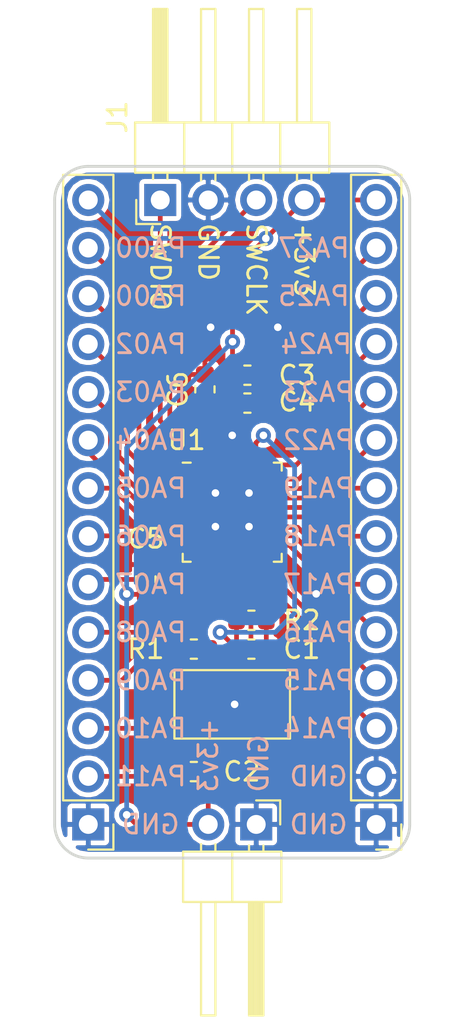
<source format=kicad_pcb>
(kicad_pcb (version 20171130) (host pcbnew 5.0.0-rc3-6a2723a~65~ubuntu18.04.1)

  (general
    (thickness 1.6)
    (drawings 40)
    (tracks 174)
    (zones 0)
    (modules 14)
    (nets 31)
  )

  (page A4)
  (layers
    (0 F.Cu signal)
    (31 B.Cu signal)
    (32 B.Adhes user)
    (33 F.Adhes user)
    (34 B.Paste user)
    (35 F.Paste user)
    (36 B.SilkS user)
    (37 F.SilkS user)
    (38 B.Mask user)
    (39 F.Mask user)
    (40 Dwgs.User user)
    (41 Cmts.User user)
    (42 Eco1.User user)
    (43 Eco2.User user)
    (44 Edge.Cuts user)
    (45 Margin user)
    (46 B.CrtYd user)
    (47 F.CrtYd user)
    (48 B.Fab user)
    (49 F.Fab user)
  )

  (setup
    (last_trace_width 0.25)
    (trace_clearance 0.2)
    (zone_clearance 0.254)
    (zone_45_only no)
    (trace_min 0.2)
    (segment_width 0.2)
    (edge_width 0.1)
    (via_size 0.8)
    (via_drill 0.4)
    (via_min_size 0.3)
    (via_min_drill 0.3)
    (uvia_size 0.3)
    (uvia_drill 0.1)
    (uvias_allowed no)
    (uvia_min_size 0.2)
    (uvia_min_drill 0.1)
    (pcb_text_width 0.3)
    (pcb_text_size 1.5 1.5)
    (mod_edge_width 0.15)
    (mod_text_size 1 1)
    (mod_text_width 0.15)
    (pad_size 1.524 1.524)
    (pad_drill 0.762)
    (pad_to_mask_clearance 0.2)
    (aux_axis_origin 0 0)
    (visible_elements FFFFFF7F)
    (pcbplotparams
      (layerselection 0x010fc_ffffffff)
      (usegerberextensions false)
      (usegerberattributes false)
      (usegerberadvancedattributes false)
      (creategerberjobfile false)
      (excludeedgelayer true)
      (linewidth 0.100000)
      (plotframeref false)
      (viasonmask false)
      (mode 1)
      (useauxorigin false)
      (hpglpennumber 1)
      (hpglpenspeed 20)
      (hpglpendiameter 15.000000)
      (psnegative false)
      (psa4output false)
      (plotreference true)
      (plotvalue true)
      (plotinvisibletext false)
      (padsonsilk false)
      (subtractmaskfromsilk false)
      (outputformat 1)
      (mirror false)
      (drillshape 0)
      (scaleselection 1)
      (outputdirectory "securisam"))
  )

  (net 0 "")
  (net 1 /~RESET~)
  (net 2 "Net-(R1-Pad2)")
  (net 3 VDD)
  (net 4 /PA00)
  (net 5 /PA01)
  (net 6 /PA02)
  (net 7 /PA03)
  (net 8 /PA04)
  (net 9 /PA05)
  (net 10 /PA06)
  (net 11 /PA07)
  (net 12 GND)
  (net 13 /PA08)
  (net 14 /PA09)
  (net 15 /PA10)
  (net 16 /PA11)
  (net 17 /PA14)
  (net 18 /PA15)
  (net 19 /PA16)
  (net 20 /PA17)
  (net 21 /PA18)
  (net 22 /PA19)
  (net 23 /PA22)
  (net 24 /PA23)
  (net 25 /PA24)
  (net 26 /PA25)
  (net 27 /PA27)
  (net 28 "Net-(U1-Pad29)")
  (net 29 /SWCLK)
  (net 30 /SWDIO)

  (net_class Default "This is the default net class."
    (clearance 0.2)
    (trace_width 0.25)
    (via_dia 0.8)
    (via_drill 0.4)
    (uvia_dia 0.3)
    (uvia_drill 0.1)
    (add_net /PA00)
    (add_net /PA01)
    (add_net /PA02)
    (add_net /PA03)
    (add_net /PA04)
    (add_net /PA05)
    (add_net /PA06)
    (add_net /PA07)
    (add_net /PA08)
    (add_net /PA09)
    (add_net /PA10)
    (add_net /PA11)
    (add_net /PA14)
    (add_net /PA15)
    (add_net /PA16)
    (add_net /PA17)
    (add_net /PA18)
    (add_net /PA19)
    (add_net /PA22)
    (add_net /PA23)
    (add_net /PA24)
    (add_net /PA25)
    (add_net /PA27)
    (add_net /SWCLK)
    (add_net /SWDIO)
    (add_net /~RESET~)
    (add_net GND)
    (add_net "Net-(R1-Pad2)")
    (add_net "Net-(U1-Pad29)")
    (add_net VDD)
  )

  (module Connector_PinHeader_2.54mm:PinHeader_1x02_P2.54mm_Horizontal (layer F.Cu) (tedit 5B4BD9B6) (tstamp 5B57959F)
    (at 110.49 127 270)
    (descr "Through hole angled pin header, 1x02, 2.54mm pitch, 6mm pin length, single row")
    (tags "Through hole angled pin header THT 1x02 2.54mm single row")
    (path /5B525627)
    (fp_text reference J4 (at 4.385 -2.27 270) (layer F.SilkS) hide
      (effects (font (size 1 1) (thickness 0.15)))
    )
    (fp_text value Conn_01x02 (at 4.385 4.81 270) (layer F.Fab)
      (effects (font (size 1 1) (thickness 0.15)))
    )
    (fp_line (start 2.135 -1.27) (end 4.04 -1.27) (layer F.Fab) (width 0.1))
    (fp_line (start 4.04 -1.27) (end 4.04 3.81) (layer F.Fab) (width 0.1))
    (fp_line (start 4.04 3.81) (end 1.5 3.81) (layer F.Fab) (width 0.1))
    (fp_line (start 1.5 3.81) (end 1.5 -0.635) (layer F.Fab) (width 0.1))
    (fp_line (start 1.5 -0.635) (end 2.135 -1.27) (layer F.Fab) (width 0.1))
    (fp_line (start -0.32 -0.32) (end 1.5 -0.32) (layer F.Fab) (width 0.1))
    (fp_line (start -0.32 -0.32) (end -0.32 0.32) (layer F.Fab) (width 0.1))
    (fp_line (start -0.32 0.32) (end 1.5 0.32) (layer F.Fab) (width 0.1))
    (fp_line (start 4.04 -0.32) (end 10.04 -0.32) (layer F.Fab) (width 0.1))
    (fp_line (start 10.04 -0.32) (end 10.04 0.32) (layer F.Fab) (width 0.1))
    (fp_line (start 4.04 0.32) (end 10.04 0.32) (layer F.Fab) (width 0.1))
    (fp_line (start -0.32 2.22) (end 1.5 2.22) (layer F.Fab) (width 0.1))
    (fp_line (start -0.32 2.22) (end -0.32 2.86) (layer F.Fab) (width 0.1))
    (fp_line (start -0.32 2.86) (end 1.5 2.86) (layer F.Fab) (width 0.1))
    (fp_line (start 4.04 2.22) (end 10.04 2.22) (layer F.Fab) (width 0.1))
    (fp_line (start 10.04 2.22) (end 10.04 2.86) (layer F.Fab) (width 0.1))
    (fp_line (start 4.04 2.86) (end 10.04 2.86) (layer F.Fab) (width 0.1))
    (fp_line (start 1.44 -1.33) (end 1.44 3.87) (layer F.SilkS) (width 0.12))
    (fp_line (start 1.44 3.87) (end 4.1 3.87) (layer F.SilkS) (width 0.12))
    (fp_line (start 4.1 3.87) (end 4.1 -1.33) (layer F.SilkS) (width 0.12))
    (fp_line (start 4.1 -1.33) (end 1.44 -1.33) (layer F.SilkS) (width 0.12))
    (fp_line (start 4.1 -0.38) (end 10.1 -0.38) (layer F.SilkS) (width 0.12))
    (fp_line (start 10.1 -0.38) (end 10.1 0.38) (layer F.SilkS) (width 0.12))
    (fp_line (start 10.1 0.38) (end 4.1 0.38) (layer F.SilkS) (width 0.12))
    (fp_line (start 4.1 -0.32) (end 10.1 -0.32) (layer F.SilkS) (width 0.12))
    (fp_line (start 4.1 -0.2) (end 10.1 -0.2) (layer F.SilkS) (width 0.12))
    (fp_line (start 4.1 -0.08) (end 10.1 -0.08) (layer F.SilkS) (width 0.12))
    (fp_line (start 4.1 0.04) (end 10.1 0.04) (layer F.SilkS) (width 0.12))
    (fp_line (start 4.1 0.16) (end 10.1 0.16) (layer F.SilkS) (width 0.12))
    (fp_line (start 4.1 0.28) (end 10.1 0.28) (layer F.SilkS) (width 0.12))
    (fp_line (start 1.11 -0.38) (end 1.44 -0.38) (layer F.SilkS) (width 0.12))
    (fp_line (start 1.11 0.38) (end 1.44 0.38) (layer F.SilkS) (width 0.12))
    (fp_line (start 1.44 1.27) (end 4.1 1.27) (layer F.SilkS) (width 0.12))
    (fp_line (start 4.1 2.16) (end 10.1 2.16) (layer F.SilkS) (width 0.12))
    (fp_line (start 10.1 2.16) (end 10.1 2.92) (layer F.SilkS) (width 0.12))
    (fp_line (start 10.1 2.92) (end 4.1 2.92) (layer F.SilkS) (width 0.12))
    (fp_line (start 1.042929 2.16) (end 1.44 2.16) (layer F.SilkS) (width 0.12))
    (fp_line (start 1.042929 2.92) (end 1.44 2.92) (layer F.SilkS) (width 0.12))
    (fp_line (start -1.27 0) (end -1.27 -1.27) (layer F.SilkS) (width 0.12))
    (fp_line (start -1.27 -1.27) (end 0 -1.27) (layer F.SilkS) (width 0.12))
    (fp_line (start -1.8 -1.8) (end -1.8 4.35) (layer F.CrtYd) (width 0.05))
    (fp_line (start -1.8 4.35) (end 10.55 4.35) (layer F.CrtYd) (width 0.05))
    (fp_line (start 10.55 4.35) (end 10.55 -1.8) (layer F.CrtYd) (width 0.05))
    (fp_line (start 10.55 -1.8) (end -1.8 -1.8) (layer F.CrtYd) (width 0.05))
    (fp_text user %R (at 2.77 1.27) (layer F.Fab)
      (effects (font (size 1 1) (thickness 0.15)))
    )
    (pad 1 thru_hole rect (at 0 0 270) (size 1.7 1.7) (drill 1) (layers *.Cu *.Mask)
      (net 12 GND))
    (pad 2 thru_hole oval (at 0 2.54 270) (size 1.7 1.7) (drill 1) (layers *.Cu *.Mask)
      (net 3 VDD))
    (model ${KISYS3DMOD}/Connector_PinHeader_2.54mm.3dshapes/PinHeader_1x02_P2.54mm_Horizontal.wrl
      (at (xyz 0 0 0))
      (scale (xyz 1 1 1))
      (rotate (xyz 0 0 0))
    )
  )

  (module Connector_PinHeader_2.54mm:PinHeader_1x04_P2.54mm_Horizontal (layer F.Cu) (tedit 59FED5CB) (tstamp 5B579020)
    (at 105.41 93.98 90)
    (descr "Through hole angled pin header, 1x04, 2.54mm pitch, 6mm pin length, single row")
    (tags "Through hole angled pin header THT 1x04 2.54mm single row")
    (path /5B4F3CFC)
    (fp_text reference J1 (at 4.385 -2.27 90) (layer F.SilkS)
      (effects (font (size 1 1) (thickness 0.15)))
    )
    (fp_text value Conn_01x04 (at 4.385 9.89 90) (layer F.Fab)
      (effects (font (size 1 1) (thickness 0.15)))
    )
    (fp_line (start 2.135 -1.27) (end 4.04 -1.27) (layer F.Fab) (width 0.1))
    (fp_line (start 4.04 -1.27) (end 4.04 8.89) (layer F.Fab) (width 0.1))
    (fp_line (start 4.04 8.89) (end 1.5 8.89) (layer F.Fab) (width 0.1))
    (fp_line (start 1.5 8.89) (end 1.5 -0.635) (layer F.Fab) (width 0.1))
    (fp_line (start 1.5 -0.635) (end 2.135 -1.27) (layer F.Fab) (width 0.1))
    (fp_line (start -0.32 -0.32) (end 1.5 -0.32) (layer F.Fab) (width 0.1))
    (fp_line (start -0.32 -0.32) (end -0.32 0.32) (layer F.Fab) (width 0.1))
    (fp_line (start -0.32 0.32) (end 1.5 0.32) (layer F.Fab) (width 0.1))
    (fp_line (start 4.04 -0.32) (end 10.04 -0.32) (layer F.Fab) (width 0.1))
    (fp_line (start 10.04 -0.32) (end 10.04 0.32) (layer F.Fab) (width 0.1))
    (fp_line (start 4.04 0.32) (end 10.04 0.32) (layer F.Fab) (width 0.1))
    (fp_line (start -0.32 2.22) (end 1.5 2.22) (layer F.Fab) (width 0.1))
    (fp_line (start -0.32 2.22) (end -0.32 2.86) (layer F.Fab) (width 0.1))
    (fp_line (start -0.32 2.86) (end 1.5 2.86) (layer F.Fab) (width 0.1))
    (fp_line (start 4.04 2.22) (end 10.04 2.22) (layer F.Fab) (width 0.1))
    (fp_line (start 10.04 2.22) (end 10.04 2.86) (layer F.Fab) (width 0.1))
    (fp_line (start 4.04 2.86) (end 10.04 2.86) (layer F.Fab) (width 0.1))
    (fp_line (start -0.32 4.76) (end 1.5 4.76) (layer F.Fab) (width 0.1))
    (fp_line (start -0.32 4.76) (end -0.32 5.4) (layer F.Fab) (width 0.1))
    (fp_line (start -0.32 5.4) (end 1.5 5.4) (layer F.Fab) (width 0.1))
    (fp_line (start 4.04 4.76) (end 10.04 4.76) (layer F.Fab) (width 0.1))
    (fp_line (start 10.04 4.76) (end 10.04 5.4) (layer F.Fab) (width 0.1))
    (fp_line (start 4.04 5.4) (end 10.04 5.4) (layer F.Fab) (width 0.1))
    (fp_line (start -0.32 7.3) (end 1.5 7.3) (layer F.Fab) (width 0.1))
    (fp_line (start -0.32 7.3) (end -0.32 7.94) (layer F.Fab) (width 0.1))
    (fp_line (start -0.32 7.94) (end 1.5 7.94) (layer F.Fab) (width 0.1))
    (fp_line (start 4.04 7.3) (end 10.04 7.3) (layer F.Fab) (width 0.1))
    (fp_line (start 10.04 7.3) (end 10.04 7.94) (layer F.Fab) (width 0.1))
    (fp_line (start 4.04 7.94) (end 10.04 7.94) (layer F.Fab) (width 0.1))
    (fp_line (start 1.44 -1.33) (end 1.44 8.95) (layer F.SilkS) (width 0.12))
    (fp_line (start 1.44 8.95) (end 4.1 8.95) (layer F.SilkS) (width 0.12))
    (fp_line (start 4.1 8.95) (end 4.1 -1.33) (layer F.SilkS) (width 0.12))
    (fp_line (start 4.1 -1.33) (end 1.44 -1.33) (layer F.SilkS) (width 0.12))
    (fp_line (start 4.1 -0.38) (end 10.1 -0.38) (layer F.SilkS) (width 0.12))
    (fp_line (start 10.1 -0.38) (end 10.1 0.38) (layer F.SilkS) (width 0.12))
    (fp_line (start 10.1 0.38) (end 4.1 0.38) (layer F.SilkS) (width 0.12))
    (fp_line (start 4.1 -0.32) (end 10.1 -0.32) (layer F.SilkS) (width 0.12))
    (fp_line (start 4.1 -0.2) (end 10.1 -0.2) (layer F.SilkS) (width 0.12))
    (fp_line (start 4.1 -0.08) (end 10.1 -0.08) (layer F.SilkS) (width 0.12))
    (fp_line (start 4.1 0.04) (end 10.1 0.04) (layer F.SilkS) (width 0.12))
    (fp_line (start 4.1 0.16) (end 10.1 0.16) (layer F.SilkS) (width 0.12))
    (fp_line (start 4.1 0.28) (end 10.1 0.28) (layer F.SilkS) (width 0.12))
    (fp_line (start 1.11 -0.38) (end 1.44 -0.38) (layer F.SilkS) (width 0.12))
    (fp_line (start 1.11 0.38) (end 1.44 0.38) (layer F.SilkS) (width 0.12))
    (fp_line (start 1.44 1.27) (end 4.1 1.27) (layer F.SilkS) (width 0.12))
    (fp_line (start 4.1 2.16) (end 10.1 2.16) (layer F.SilkS) (width 0.12))
    (fp_line (start 10.1 2.16) (end 10.1 2.92) (layer F.SilkS) (width 0.12))
    (fp_line (start 10.1 2.92) (end 4.1 2.92) (layer F.SilkS) (width 0.12))
    (fp_line (start 1.042929 2.16) (end 1.44 2.16) (layer F.SilkS) (width 0.12))
    (fp_line (start 1.042929 2.92) (end 1.44 2.92) (layer F.SilkS) (width 0.12))
    (fp_line (start 1.44 3.81) (end 4.1 3.81) (layer F.SilkS) (width 0.12))
    (fp_line (start 4.1 4.7) (end 10.1 4.7) (layer F.SilkS) (width 0.12))
    (fp_line (start 10.1 4.7) (end 10.1 5.46) (layer F.SilkS) (width 0.12))
    (fp_line (start 10.1 5.46) (end 4.1 5.46) (layer F.SilkS) (width 0.12))
    (fp_line (start 1.042929 4.7) (end 1.44 4.7) (layer F.SilkS) (width 0.12))
    (fp_line (start 1.042929 5.46) (end 1.44 5.46) (layer F.SilkS) (width 0.12))
    (fp_line (start 1.44 6.35) (end 4.1 6.35) (layer F.SilkS) (width 0.12))
    (fp_line (start 4.1 7.24) (end 10.1 7.24) (layer F.SilkS) (width 0.12))
    (fp_line (start 10.1 7.24) (end 10.1 8) (layer F.SilkS) (width 0.12))
    (fp_line (start 10.1 8) (end 4.1 8) (layer F.SilkS) (width 0.12))
    (fp_line (start 1.042929 7.24) (end 1.44 7.24) (layer F.SilkS) (width 0.12))
    (fp_line (start 1.042929 8) (end 1.44 8) (layer F.SilkS) (width 0.12))
    (fp_line (start -1.27 0) (end -1.27 -1.27) (layer F.SilkS) (width 0.12))
    (fp_line (start -1.27 -1.27) (end 0 -1.27) (layer F.SilkS) (width 0.12))
    (fp_line (start -1.8 -1.8) (end -1.8 9.4) (layer F.CrtYd) (width 0.05))
    (fp_line (start -1.8 9.4) (end 10.55 9.4) (layer F.CrtYd) (width 0.05))
    (fp_line (start 10.55 9.4) (end 10.55 -1.8) (layer F.CrtYd) (width 0.05))
    (fp_line (start 10.55 -1.8) (end -1.8 -1.8) (layer F.CrtYd) (width 0.05))
    (fp_text user %R (at 2.77 3.81 180) (layer F.Fab)
      (effects (font (size 1 1) (thickness 0.15)))
    )
    (pad 1 thru_hole rect (at 0 0 90) (size 1.7 1.7) (drill 1) (layers *.Cu *.Mask)
      (net 30 /SWDIO))
    (pad 2 thru_hole oval (at 0 2.54 90) (size 1.7 1.7) (drill 1) (layers *.Cu *.Mask)
      (net 12 GND))
    (pad 3 thru_hole oval (at 0 5.08 90) (size 1.7 1.7) (drill 1) (layers *.Cu *.Mask)
      (net 29 /SWCLK))
    (pad 4 thru_hole oval (at 0 7.62 90) (size 1.7 1.7) (drill 1) (layers *.Cu *.Mask)
      (net 3 VDD))
    (model ${KISYS3DMOD}/Connector_PinHeader_2.54mm.3dshapes/PinHeader_1x04_P2.54mm_Horizontal.wrl
      (at (xyz 0 0 0))
      (scale (xyz 1 1 1))
      (rotate (xyz 0 0 0))
    )
  )

  (module Button_Switch_SMD:SW_SPST_FSMSM (layer F.Cu) (tedit 5B4BE1A7) (tstamp 5B57A97A)
    (at 109.22 120.65 180)
    (descr http://www.te.com/commerce/DocumentDelivery/DDEController?Action=srchrtrv&DocNm=1437566-3&DocType=Customer+Drawing&DocLang=English)
    (tags "SPST button tactile switch")
    (path /5B4DF237)
    (attr smd)
    (fp_text reference SW1 (at 0 -2.6 180) (layer F.SilkS) hide
      (effects (font (size 1 1) (thickness 0.15)))
    )
    (fp_text value RESET (at 0 3 180) (layer F.Fab)
      (effects (font (size 1 1) (thickness 0.15)))
    )
    (fp_text user %R (at 0 -2.6 180) (layer F.Fab)
      (effects (font (size 1 1) (thickness 0.15)))
    )
    (fp_line (start -1.75 -1) (end 1.75 -1) (layer F.Fab) (width 0.1))
    (fp_line (start 1.75 -1) (end 1.75 1) (layer F.Fab) (width 0.1))
    (fp_line (start 1.75 1) (end -1.75 1) (layer F.Fab) (width 0.1))
    (fp_line (start -1.75 1) (end -1.75 -1) (layer F.Fab) (width 0.1))
    (fp_line (start -3.06 -1.81) (end 3.06 -1.81) (layer F.SilkS) (width 0.12))
    (fp_line (start 3.06 -1.81) (end 3.06 1.81) (layer F.SilkS) (width 0.12))
    (fp_line (start 3.06 1.81) (end -3.06 1.81) (layer F.SilkS) (width 0.12))
    (fp_line (start -3.06 1.81) (end -3.06 -1.81) (layer F.SilkS) (width 0.12))
    (fp_line (start -1.5 0.8) (end 1.5 0.8) (layer F.Fab) (width 0.1))
    (fp_line (start -1.5 -0.8) (end 1.5 -0.8) (layer F.Fab) (width 0.1))
    (fp_line (start 1.5 -0.8) (end 1.5 0.8) (layer F.Fab) (width 0.1))
    (fp_line (start -1.5 -0.8) (end -1.5 0.8) (layer F.Fab) (width 0.1))
    (fp_line (start -5.95 2) (end 5.95 2) (layer F.CrtYd) (width 0.05))
    (fp_line (start 5.95 -2) (end 5.95 2) (layer F.CrtYd) (width 0.05))
    (fp_line (start -3 1.75) (end 3 1.75) (layer F.Fab) (width 0.1))
    (fp_line (start -3 -1.75) (end 3 -1.75) (layer F.Fab) (width 0.1))
    (fp_line (start -3 -1.75) (end -3 1.75) (layer F.Fab) (width 0.1))
    (fp_line (start 3 -1.75) (end 3 1.75) (layer F.Fab) (width 0.1))
    (fp_line (start -5.95 -2) (end -5.95 2) (layer F.CrtYd) (width 0.05))
    (fp_line (start -5.95 -2) (end 5.95 -2) (layer F.CrtYd) (width 0.05))
    (pad 1 smd rect (at -4.59 0 180) (size 2.18 1.6) (layers F.Cu F.Paste F.Mask)
      (net 12 GND))
    (pad 2 smd rect (at 4.59 0 180) (size 2.18 1.6) (layers F.Cu F.Paste F.Mask)
      (net 2 "Net-(R1-Pad2)"))
    (model ${KISYS3DMOD}/Button_Switch_SMD.3dshapes/SW_SPST_FSMSM.wrl
      (at (xyz 0 0 0))
      (scale (xyz 1 1 1))
      (rotate (xyz 0 0 0))
    )
  )

  (module Capacitor_SMD:C_0603_1608Metric (layer F.Cu) (tedit 5B20DC38) (tstamp 5B57528D)
    (at 107.774 103.995 90)
    (descr "Capacitor SMD 0603 (1608 Metric), square (rectangular) end terminal, IPC_7351 nominal, (Body size source: http://www.tortai-tech.com/upload/download/2011102023233369053.pdf), generated with kicad-footprint-generator")
    (tags capacitor)
    (path /5B4BD1C1)
    (attr smd)
    (fp_text reference C6 (at 0 -1.43 90) (layer F.SilkS)
      (effects (font (size 1 1) (thickness 0.15)))
    )
    (fp_text value 100nF (at 0 1.43 90) (layer F.Fab)
      (effects (font (size 1 1) (thickness 0.15)))
    )
    (fp_text user %R (at 0 0 90) (layer F.Fab)
      (effects (font (size 0.4 0.4) (thickness 0.06)))
    )
    (fp_line (start 1.48 0.73) (end -1.48 0.73) (layer F.CrtYd) (width 0.05))
    (fp_line (start 1.48 -0.73) (end 1.48 0.73) (layer F.CrtYd) (width 0.05))
    (fp_line (start -1.48 -0.73) (end 1.48 -0.73) (layer F.CrtYd) (width 0.05))
    (fp_line (start -1.48 0.73) (end -1.48 -0.73) (layer F.CrtYd) (width 0.05))
    (fp_line (start -0.162779 0.51) (end 0.162779 0.51) (layer F.SilkS) (width 0.12))
    (fp_line (start -0.162779 -0.51) (end 0.162779 -0.51) (layer F.SilkS) (width 0.12))
    (fp_line (start 0.8 0.4) (end -0.8 0.4) (layer F.Fab) (width 0.1))
    (fp_line (start 0.8 -0.4) (end 0.8 0.4) (layer F.Fab) (width 0.1))
    (fp_line (start -0.8 -0.4) (end 0.8 -0.4) (layer F.Fab) (width 0.1))
    (fp_line (start -0.8 0.4) (end -0.8 -0.4) (layer F.Fab) (width 0.1))
    (pad 2 smd roundrect (at 0.7875 0 90) (size 0.875 0.95) (layers F.Cu F.Paste F.Mask) (roundrect_rratio 0.25)
      (net 12 GND))
    (pad 1 smd roundrect (at -0.7875 0 90) (size 0.875 0.95) (layers F.Cu F.Paste F.Mask) (roundrect_rratio 0.25)
      (net 3 VDD))
    (model ${KISYS3DMOD}/Capacitor_SMD.3dshapes/C_0603_1608Metric.wrl
      (at (xyz 0 0 0))
      (scale (xyz 1 1 1))
      (rotate (xyz 0 0 0))
    )
  )

  (module Capacitor_SMD:C_0603_1608Metric (layer F.Cu) (tedit 5B20DC38) (tstamp 5B57527C)
    (at 104.648 114.046 90)
    (descr "Capacitor SMD 0603 (1608 Metric), square (rectangular) end terminal, IPC_7351 nominal, (Body size source: http://www.tortai-tech.com/upload/download/2011102023233369053.pdf), generated with kicad-footprint-generator")
    (tags capacitor)
    (path /5B4BD187)
    (attr smd)
    (fp_text reference C5 (at 2.159 0 180) (layer F.SilkS)
      (effects (font (size 1 1) (thickness 0.15)))
    )
    (fp_text value 100nF (at 0 1.43 90) (layer F.Fab)
      (effects (font (size 1 1) (thickness 0.15)))
    )
    (fp_line (start -0.8 0.4) (end -0.8 -0.4) (layer F.Fab) (width 0.1))
    (fp_line (start -0.8 -0.4) (end 0.8 -0.4) (layer F.Fab) (width 0.1))
    (fp_line (start 0.8 -0.4) (end 0.8 0.4) (layer F.Fab) (width 0.1))
    (fp_line (start 0.8 0.4) (end -0.8 0.4) (layer F.Fab) (width 0.1))
    (fp_line (start -0.162779 -0.51) (end 0.162779 -0.51) (layer F.SilkS) (width 0.12))
    (fp_line (start -0.162779 0.51) (end 0.162779 0.51) (layer F.SilkS) (width 0.12))
    (fp_line (start -1.48 0.73) (end -1.48 -0.73) (layer F.CrtYd) (width 0.05))
    (fp_line (start -1.48 -0.73) (end 1.48 -0.73) (layer F.CrtYd) (width 0.05))
    (fp_line (start 1.48 -0.73) (end 1.48 0.73) (layer F.CrtYd) (width 0.05))
    (fp_line (start 1.48 0.73) (end -1.48 0.73) (layer F.CrtYd) (width 0.05))
    (fp_text user %R (at 0 0 90) (layer F.Fab)
      (effects (font (size 0.4 0.4) (thickness 0.06)))
    )
    (pad 1 smd roundrect (at -0.7875 0 90) (size 0.875 0.95) (layers F.Cu F.Paste F.Mask) (roundrect_rratio 0.25)
      (net 3 VDD))
    (pad 2 smd roundrect (at 0.7875 0 90) (size 0.875 0.95) (layers F.Cu F.Paste F.Mask) (roundrect_rratio 0.25)
      (net 12 GND))
    (model ${KISYS3DMOD}/Capacitor_SMD.3dshapes/C_0603_1608Metric.wrl
      (at (xyz 0 0 0))
      (scale (xyz 1 1 1))
      (rotate (xyz 0 0 0))
    )
  )

  (module Capacitor_SMD:C_0603_1608Metric (layer F.Cu) (tedit 5B20DC38) (tstamp 5B57526B)
    (at 110.024 104.72)
    (descr "Capacitor SMD 0603 (1608 Metric), square (rectangular) end terminal, IPC_7351 nominal, (Body size source: http://www.tortai-tech.com/upload/download/2011102023233369053.pdf), generated with kicad-footprint-generator")
    (tags capacitor)
    (path /5B4BD16B)
    (attr smd)
    (fp_text reference C4 (at 2.625 -0.072) (layer F.SilkS)
      (effects (font (size 1 1) (thickness 0.15)))
    )
    (fp_text value 100nF (at 0 1.43) (layer F.Fab)
      (effects (font (size 1 1) (thickness 0.15)))
    )
    (fp_text user %R (at 0 0) (layer F.Fab)
      (effects (font (size 0.4 0.4) (thickness 0.06)))
    )
    (fp_line (start 1.48 0.73) (end -1.48 0.73) (layer F.CrtYd) (width 0.05))
    (fp_line (start 1.48 -0.73) (end 1.48 0.73) (layer F.CrtYd) (width 0.05))
    (fp_line (start -1.48 -0.73) (end 1.48 -0.73) (layer F.CrtYd) (width 0.05))
    (fp_line (start -1.48 0.73) (end -1.48 -0.73) (layer F.CrtYd) (width 0.05))
    (fp_line (start -0.162779 0.51) (end 0.162779 0.51) (layer F.SilkS) (width 0.12))
    (fp_line (start -0.162779 -0.51) (end 0.162779 -0.51) (layer F.SilkS) (width 0.12))
    (fp_line (start 0.8 0.4) (end -0.8 0.4) (layer F.Fab) (width 0.1))
    (fp_line (start 0.8 -0.4) (end 0.8 0.4) (layer F.Fab) (width 0.1))
    (fp_line (start -0.8 -0.4) (end 0.8 -0.4) (layer F.Fab) (width 0.1))
    (fp_line (start -0.8 0.4) (end -0.8 -0.4) (layer F.Fab) (width 0.1))
    (pad 2 smd roundrect (at 0.7875 0) (size 0.875 0.95) (layers F.Cu F.Paste F.Mask) (roundrect_rratio 0.25)
      (net 12 GND))
    (pad 1 smd roundrect (at -0.7875 0) (size 0.875 0.95) (layers F.Cu F.Paste F.Mask) (roundrect_rratio 0.25)
      (net 3 VDD))
    (model ${KISYS3DMOD}/Capacitor_SMD.3dshapes/C_0603_1608Metric.wrl
      (at (xyz 0 0 0))
      (scale (xyz 1 1 1))
      (rotate (xyz 0 0 0))
    )
  )

  (module Capacitor_SMD:C_0603_1608Metric (layer F.Cu) (tedit 5B20DC38) (tstamp 5B57525A)
    (at 110.024 103.245)
    (descr "Capacitor SMD 0603 (1608 Metric), square (rectangular) end terminal, IPC_7351 nominal, (Body size source: http://www.tortai-tech.com/upload/download/2011102023233369053.pdf), generated with kicad-footprint-generator")
    (tags capacitor)
    (path /5B4BD14D)
    (attr smd)
    (fp_text reference C3 (at 2.625 0.006) (layer F.SilkS)
      (effects (font (size 1 1) (thickness 0.15)))
    )
    (fp_text value 1uF (at 0 1.43) (layer F.Fab)
      (effects (font (size 1 1) (thickness 0.15)))
    )
    (fp_line (start -0.8 0.4) (end -0.8 -0.4) (layer F.Fab) (width 0.1))
    (fp_line (start -0.8 -0.4) (end 0.8 -0.4) (layer F.Fab) (width 0.1))
    (fp_line (start 0.8 -0.4) (end 0.8 0.4) (layer F.Fab) (width 0.1))
    (fp_line (start 0.8 0.4) (end -0.8 0.4) (layer F.Fab) (width 0.1))
    (fp_line (start -0.162779 -0.51) (end 0.162779 -0.51) (layer F.SilkS) (width 0.12))
    (fp_line (start -0.162779 0.51) (end 0.162779 0.51) (layer F.SilkS) (width 0.12))
    (fp_line (start -1.48 0.73) (end -1.48 -0.73) (layer F.CrtYd) (width 0.05))
    (fp_line (start -1.48 -0.73) (end 1.48 -0.73) (layer F.CrtYd) (width 0.05))
    (fp_line (start 1.48 -0.73) (end 1.48 0.73) (layer F.CrtYd) (width 0.05))
    (fp_line (start 1.48 0.73) (end -1.48 0.73) (layer F.CrtYd) (width 0.05))
    (fp_text user %R (at 0 0) (layer F.Fab)
      (effects (font (size 0.4 0.4) (thickness 0.06)))
    )
    (pad 1 smd roundrect (at -0.7875 0) (size 0.875 0.95) (layers F.Cu F.Paste F.Mask) (roundrect_rratio 0.25)
      (net 3 VDD))
    (pad 2 smd roundrect (at 0.7875 0) (size 0.875 0.95) (layers F.Cu F.Paste F.Mask) (roundrect_rratio 0.25)
      (net 12 GND))
    (model ${KISYS3DMOD}/Capacitor_SMD.3dshapes/C_0603_1608Metric.wrl
      (at (xyz 0 0 0))
      (scale (xyz 1 1 1))
      (rotate (xyz 0 0 0))
    )
  )

  (module Capacitor_SMD:C_0603_1608Metric (layer F.Cu) (tedit 5B20DC38) (tstamp 5B575249)
    (at 107.188 124.206 180)
    (descr "Capacitor SMD 0603 (1608 Metric), square (rectangular) end terminal, IPC_7351 nominal, (Body size source: http://www.tortai-tech.com/upload/download/2011102023233369053.pdf), generated with kicad-footprint-generator")
    (tags capacitor)
    (path /5B4BF07B)
    (attr smd)
    (fp_text reference C2 (at -2.54 0 180) (layer F.SilkS)
      (effects (font (size 1 1) (thickness 0.15)))
    )
    (fp_text value 10uF (at 0 1.43 180) (layer F.Fab)
      (effects (font (size 1 1) (thickness 0.15)))
    )
    (fp_text user %R (at 0 0 180) (layer F.Fab)
      (effects (font (size 0.4 0.4) (thickness 0.06)))
    )
    (fp_line (start 1.48 0.73) (end -1.48 0.73) (layer F.CrtYd) (width 0.05))
    (fp_line (start 1.48 -0.73) (end 1.48 0.73) (layer F.CrtYd) (width 0.05))
    (fp_line (start -1.48 -0.73) (end 1.48 -0.73) (layer F.CrtYd) (width 0.05))
    (fp_line (start -1.48 0.73) (end -1.48 -0.73) (layer F.CrtYd) (width 0.05))
    (fp_line (start -0.162779 0.51) (end 0.162779 0.51) (layer F.SilkS) (width 0.12))
    (fp_line (start -0.162779 -0.51) (end 0.162779 -0.51) (layer F.SilkS) (width 0.12))
    (fp_line (start 0.8 0.4) (end -0.8 0.4) (layer F.Fab) (width 0.1))
    (fp_line (start 0.8 -0.4) (end 0.8 0.4) (layer F.Fab) (width 0.1))
    (fp_line (start -0.8 -0.4) (end 0.8 -0.4) (layer F.Fab) (width 0.1))
    (fp_line (start -0.8 0.4) (end -0.8 -0.4) (layer F.Fab) (width 0.1))
    (pad 2 smd roundrect (at 0.7875 0 180) (size 0.875 0.95) (layers F.Cu F.Paste F.Mask) (roundrect_rratio 0.25)
      (net 12 GND))
    (pad 1 smd roundrect (at -0.7875 0 180) (size 0.875 0.95) (layers F.Cu F.Paste F.Mask) (roundrect_rratio 0.25)
      (net 3 VDD))
    (model ${KISYS3DMOD}/Capacitor_SMD.3dshapes/C_0603_1608Metric.wrl
      (at (xyz 0 0 0))
      (scale (xyz 1 1 1))
      (rotate (xyz 0 0 0))
    )
  )

  (module Capacitor_SMD:C_0603_1608Metric (layer F.Cu) (tedit 5B20DC38) (tstamp 5B575238)
    (at 110.236 117.729 180)
    (descr "Capacitor SMD 0603 (1608 Metric), square (rectangular) end terminal, IPC_7351 nominal, (Body size source: http://www.tortai-tech.com/upload/download/2011102023233369053.pdf), generated with kicad-footprint-generator")
    (tags capacitor)
    (path /5B4DF462)
    (attr smd)
    (fp_text reference C1 (at -2.667 0 180) (layer F.SilkS)
      (effects (font (size 1 1) (thickness 0.15)))
    )
    (fp_text value 100pF (at 0 1.43 180) (layer F.Fab)
      (effects (font (size 1 1) (thickness 0.15)))
    )
    (fp_line (start -0.8 0.4) (end -0.8 -0.4) (layer F.Fab) (width 0.1))
    (fp_line (start -0.8 -0.4) (end 0.8 -0.4) (layer F.Fab) (width 0.1))
    (fp_line (start 0.8 -0.4) (end 0.8 0.4) (layer F.Fab) (width 0.1))
    (fp_line (start 0.8 0.4) (end -0.8 0.4) (layer F.Fab) (width 0.1))
    (fp_line (start -0.162779 -0.51) (end 0.162779 -0.51) (layer F.SilkS) (width 0.12))
    (fp_line (start -0.162779 0.51) (end 0.162779 0.51) (layer F.SilkS) (width 0.12))
    (fp_line (start -1.48 0.73) (end -1.48 -0.73) (layer F.CrtYd) (width 0.05))
    (fp_line (start -1.48 -0.73) (end 1.48 -0.73) (layer F.CrtYd) (width 0.05))
    (fp_line (start 1.48 -0.73) (end 1.48 0.73) (layer F.CrtYd) (width 0.05))
    (fp_line (start 1.48 0.73) (end -1.48 0.73) (layer F.CrtYd) (width 0.05))
    (fp_text user %R (at 0 0 180) (layer F.Fab)
      (effects (font (size 0.4 0.4) (thickness 0.06)))
    )
    (pad 1 smd roundrect (at -0.7875 0 180) (size 0.875 0.95) (layers F.Cu F.Paste F.Mask) (roundrect_rratio 0.25)
      (net 3 VDD))
    (pad 2 smd roundrect (at 0.7875 0 180) (size 0.875 0.95) (layers F.Cu F.Paste F.Mask) (roundrect_rratio 0.25)
      (net 1 /~RESET~))
    (model ${KISYS3DMOD}/Capacitor_SMD.3dshapes/C_0603_1608Metric.wrl
      (at (xyz 0 0 0))
      (scale (xyz 1 1 1))
      (rotate (xyz 0 0 0))
    )
  )

  (module Connector_PinHeader_2.54mm:PinHeader_1x14_P2.54mm_Vertical (layer F.Cu) (tedit 5B4BD9AC) (tstamp 5B5765A5)
    (at 116.84 127 180)
    (descr "Through hole straight pin header, 1x14, 2.54mm pitch, single row")
    (tags "Through hole pin header THT 1x14 2.54mm single row")
    (path /5B4C687D)
    (fp_text reference J3 (at 0 -2.33 180) (layer F.SilkS) hide
      (effects (font (size 1 1) (thickness 0.15)))
    )
    (fp_text value Conn_01x14 (at 0 35.35 180) (layer F.Fab)
      (effects (font (size 1 1) (thickness 0.15)))
    )
    (fp_text user %R (at 0 16.51 270) (layer F.Fab)
      (effects (font (size 1 1) (thickness 0.15)))
    )
    (fp_line (start 1.8 -1.8) (end -1.8 -1.8) (layer F.CrtYd) (width 0.05))
    (fp_line (start 1.8 34.8) (end 1.8 -1.8) (layer F.CrtYd) (width 0.05))
    (fp_line (start -1.8 34.8) (end 1.8 34.8) (layer F.CrtYd) (width 0.05))
    (fp_line (start -1.8 -1.8) (end -1.8 34.8) (layer F.CrtYd) (width 0.05))
    (fp_line (start -1.33 -1.33) (end 0 -1.33) (layer F.SilkS) (width 0.12))
    (fp_line (start -1.33 0) (end -1.33 -1.33) (layer F.SilkS) (width 0.12))
    (fp_line (start -1.33 1.27) (end 1.33 1.27) (layer F.SilkS) (width 0.12))
    (fp_line (start 1.33 1.27) (end 1.33 34.35) (layer F.SilkS) (width 0.12))
    (fp_line (start -1.33 1.27) (end -1.33 34.35) (layer F.SilkS) (width 0.12))
    (fp_line (start -1.33 34.35) (end 1.33 34.35) (layer F.SilkS) (width 0.12))
    (fp_line (start -1.27 -0.635) (end -0.635 -1.27) (layer F.Fab) (width 0.1))
    (fp_line (start -1.27 34.29) (end -1.27 -0.635) (layer F.Fab) (width 0.1))
    (fp_line (start 1.27 34.29) (end -1.27 34.29) (layer F.Fab) (width 0.1))
    (fp_line (start 1.27 -1.27) (end 1.27 34.29) (layer F.Fab) (width 0.1))
    (fp_line (start -0.635 -1.27) (end 1.27 -1.27) (layer F.Fab) (width 0.1))
    (pad 14 thru_hole oval (at 0 33.02 180) (size 1.7 1.7) (drill 1) (layers *.Cu *.Mask)
      (net 3 VDD))
    (pad 13 thru_hole oval (at 0 30.48 180) (size 1.7 1.7) (drill 1) (layers *.Cu *.Mask)
      (net 27 /PA27))
    (pad 12 thru_hole oval (at 0 27.94 180) (size 1.7 1.7) (drill 1) (layers *.Cu *.Mask)
      (net 26 /PA25))
    (pad 11 thru_hole oval (at 0 25.4 180) (size 1.7 1.7) (drill 1) (layers *.Cu *.Mask)
      (net 25 /PA24))
    (pad 10 thru_hole oval (at 0 22.86 180) (size 1.7 1.7) (drill 1) (layers *.Cu *.Mask)
      (net 24 /PA23))
    (pad 9 thru_hole oval (at 0 20.32 180) (size 1.7 1.7) (drill 1) (layers *.Cu *.Mask)
      (net 23 /PA22))
    (pad 8 thru_hole oval (at 0 17.78 180) (size 1.7 1.7) (drill 1) (layers *.Cu *.Mask)
      (net 22 /PA19))
    (pad 7 thru_hole oval (at 0 15.24 180) (size 1.7 1.7) (drill 1) (layers *.Cu *.Mask)
      (net 21 /PA18))
    (pad 6 thru_hole oval (at 0 12.7 180) (size 1.7 1.7) (drill 1) (layers *.Cu *.Mask)
      (net 20 /PA17))
    (pad 5 thru_hole oval (at 0 10.16 180) (size 1.7 1.7) (drill 1) (layers *.Cu *.Mask)
      (net 19 /PA16))
    (pad 4 thru_hole oval (at 0 7.62 180) (size 1.7 1.7) (drill 1) (layers *.Cu *.Mask)
      (net 18 /PA15))
    (pad 3 thru_hole oval (at 0 5.08 180) (size 1.7 1.7) (drill 1) (layers *.Cu *.Mask)
      (net 17 /PA14))
    (pad 2 thru_hole oval (at 0 2.54 180) (size 1.7 1.7) (drill 1) (layers *.Cu *.Mask)
      (net 12 GND))
    (pad 1 thru_hole rect (at 0 0 180) (size 1.7 1.7) (drill 1) (layers *.Cu *.Mask)
      (net 12 GND))
    (model ${KISYS3DMOD}/Connector_PinHeader_2.54mm.3dshapes/PinHeader_1x14_P2.54mm_Vertical.wrl
      (at (xyz 0 0 0))
      (scale (xyz 1 1 1))
      (rotate (xyz 0 0 0))
    )
  )

  (module Connector_PinHeader_2.54mm:PinHeader_1x14_P2.54mm_Vertical (layer F.Cu) (tedit 5B4BD9B0) (tstamp 5B576435)
    (at 101.6 127 180)
    (descr "Through hole straight pin header, 1x14, 2.54mm pitch, single row")
    (tags "Through hole pin header THT 1x14 2.54mm single row")
    (path /5B4BFD8D)
    (fp_text reference J2 (at 0 -2.33 180) (layer F.SilkS) hide
      (effects (font (size 1 1) (thickness 0.15)))
    )
    (fp_text value Conn_01x14 (at 0 35.35 180) (layer F.Fab)
      (effects (font (size 1 1) (thickness 0.15)))
    )
    (fp_line (start -0.635 -1.27) (end 1.27 -1.27) (layer F.Fab) (width 0.1))
    (fp_line (start 1.27 -1.27) (end 1.27 34.29) (layer F.Fab) (width 0.1))
    (fp_line (start 1.27 34.29) (end -1.27 34.29) (layer F.Fab) (width 0.1))
    (fp_line (start -1.27 34.29) (end -1.27 -0.635) (layer F.Fab) (width 0.1))
    (fp_line (start -1.27 -0.635) (end -0.635 -1.27) (layer F.Fab) (width 0.1))
    (fp_line (start -1.33 34.35) (end 1.33 34.35) (layer F.SilkS) (width 0.12))
    (fp_line (start -1.33 1.27) (end -1.33 34.35) (layer F.SilkS) (width 0.12))
    (fp_line (start 1.33 1.27) (end 1.33 34.35) (layer F.SilkS) (width 0.12))
    (fp_line (start -1.33 1.27) (end 1.33 1.27) (layer F.SilkS) (width 0.12))
    (fp_line (start -1.33 0) (end -1.33 -1.33) (layer F.SilkS) (width 0.12))
    (fp_line (start -1.33 -1.33) (end 0 -1.33) (layer F.SilkS) (width 0.12))
    (fp_line (start -1.8 -1.8) (end -1.8 34.8) (layer F.CrtYd) (width 0.05))
    (fp_line (start -1.8 34.8) (end 1.8 34.8) (layer F.CrtYd) (width 0.05))
    (fp_line (start 1.8 34.8) (end 1.8 -1.8) (layer F.CrtYd) (width 0.05))
    (fp_line (start 1.8 -1.8) (end -1.8 -1.8) (layer F.CrtYd) (width 0.05))
    (fp_text user %R (at 0 16.51 270) (layer F.Fab)
      (effects (font (size 1 1) (thickness 0.15)))
    )
    (pad 1 thru_hole rect (at 0 0 180) (size 1.7 1.7) (drill 1) (layers *.Cu *.Mask)
      (net 12 GND))
    (pad 2 thru_hole oval (at 0 2.54 180) (size 1.7 1.7) (drill 1) (layers *.Cu *.Mask)
      (net 16 /PA11))
    (pad 3 thru_hole oval (at 0 5.08 180) (size 1.7 1.7) (drill 1) (layers *.Cu *.Mask)
      (net 15 /PA10))
    (pad 4 thru_hole oval (at 0 7.62 180) (size 1.7 1.7) (drill 1) (layers *.Cu *.Mask)
      (net 14 /PA09))
    (pad 5 thru_hole oval (at 0 10.16 180) (size 1.7 1.7) (drill 1) (layers *.Cu *.Mask)
      (net 13 /PA08))
    (pad 6 thru_hole oval (at 0 12.7 180) (size 1.7 1.7) (drill 1) (layers *.Cu *.Mask)
      (net 11 /PA07))
    (pad 7 thru_hole oval (at 0 15.24 180) (size 1.7 1.7) (drill 1) (layers *.Cu *.Mask)
      (net 10 /PA06))
    (pad 8 thru_hole oval (at 0 17.78 180) (size 1.7 1.7) (drill 1) (layers *.Cu *.Mask)
      (net 9 /PA05))
    (pad 9 thru_hole oval (at 0 20.32 180) (size 1.7 1.7) (drill 1) (layers *.Cu *.Mask)
      (net 8 /PA04))
    (pad 10 thru_hole oval (at 0 22.86 180) (size 1.7 1.7) (drill 1) (layers *.Cu *.Mask)
      (net 7 /PA03))
    (pad 11 thru_hole oval (at 0 25.4 180) (size 1.7 1.7) (drill 1) (layers *.Cu *.Mask)
      (net 6 /PA02))
    (pad 12 thru_hole oval (at 0 27.94 180) (size 1.7 1.7) (drill 1) (layers *.Cu *.Mask)
      (net 5 /PA01))
    (pad 13 thru_hole oval (at 0 30.48 180) (size 1.7 1.7) (drill 1) (layers *.Cu *.Mask)
      (net 4 /PA00))
    (pad 14 thru_hole oval (at 0 33.02 180) (size 1.7 1.7) (drill 1) (layers *.Cu *.Mask)
      (net 3 VDD))
    (model ${KISYS3DMOD}/Connector_PinHeader_2.54mm.3dshapes/PinHeader_1x14_P2.54mm_Vertical.wrl
      (at (xyz 0 0 0))
      (scale (xyz 1 1 1))
      (rotate (xyz 0 0 0))
    )
  )

  (module Package_DFN_QFN:QFN-32-1EP_5x5mm_P0.5mm_EP3.8x3.8mm (layer F.Cu) (tedit 5AAB5041) (tstamp 5B580279)
    (at 109.22 110.49)
    (descr "32-Lead Plastic Quad Flat No-Lead Package, 5x5mm Body (see Atmel Appnote 8826)")
    (tags "QFN 0.5")
    (path /5B4BCDD9)
    (attr smd)
    (fp_text reference U1 (at -2.413 -3.81) (layer F.SilkS)
      (effects (font (size 1 1) (thickness 0.15)))
    )
    (fp_text value ATSAML11E15A-MU (at 0 3.875) (layer F.Fab)
      (effects (font (size 1 1) (thickness 0.15)))
    )
    (fp_line (start 2.62 2.62) (end 2.62 2.2) (layer F.SilkS) (width 0.12))
    (fp_line (start 2.62 2.62) (end 2.2 2.62) (layer F.SilkS) (width 0.12))
    (fp_line (start 2.62 -2.62) (end 2.62 -2.2) (layer F.SilkS) (width 0.12))
    (fp_line (start 2.62 -2.62) (end 2.2 -2.62) (layer F.SilkS) (width 0.12))
    (fp_line (start -2.62 2.62) (end -2.2 2.62) (layer F.SilkS) (width 0.12))
    (fp_line (start -2.62 2.62) (end -2.62 2.2) (layer F.SilkS) (width 0.12))
    (fp_line (start -2.62 -2.62) (end -2.2 -2.62) (layer F.SilkS) (width 0.12))
    (fp_line (start 2.5 2.5) (end -2.5 2.5) (layer F.Fab) (width 0.1))
    (fp_line (start 2.5 -2.5) (end 2.5 2.5) (layer F.Fab) (width 0.1))
    (fp_line (start -1.5 -2.5) (end 2.5 -2.5) (layer F.Fab) (width 0.1))
    (fp_line (start -2.5 2.5) (end -2.5 -1.5) (layer F.Fab) (width 0.1))
    (fp_line (start -2.5 -1.5) (end -1.5 -2.5) (layer F.Fab) (width 0.1))
    (fp_line (start 3.15 -3.15) (end 3.15 3.15) (layer F.CrtYd) (width 0.05))
    (fp_line (start -3.15 3.15) (end 3.15 3.15) (layer F.CrtYd) (width 0.05))
    (fp_line (start -3.15 -3.15) (end 3.15 -3.15) (layer F.CrtYd) (width 0.05))
    (fp_line (start -3.15 -3.15) (end -3.15 3.15) (layer F.CrtYd) (width 0.05))
    (fp_text user %R (at 0 0) (layer F.Fab)
      (effects (font (size 1 1) (thickness 0.15)))
    )
    (pad "" smd rect (at 1.225 1.225) (size 1.1 1.1) (layers F.Paste))
    (pad "" smd rect (at 1.225 0) (size 1.1 1.1) (layers F.Paste))
    (pad "" smd rect (at 1.225 -1.225) (size 1.1 1.1) (layers F.Paste))
    (pad "" smd rect (at 0 1.225) (size 1.1 1.1) (layers F.Paste))
    (pad "" smd rect (at 0 0) (size 1.1 1.1) (layers F.Paste))
    (pad "" smd rect (at 0 -1.225) (size 1.1 1.1) (layers F.Paste))
    (pad "" smd rect (at -1.225 1.225) (size 1.1 1.1) (layers F.Paste))
    (pad "" smd rect (at -1.225 0) (size 1.1 1.1) (layers F.Paste))
    (pad "" smd rect (at -1.225 -1.225) (size 1.1 1.1) (layers F.Paste))
    (pad 33 smd rect (at 0 0) (size 3.8 3.8) (layers F.Cu F.Mask)
      (net 12 GND))
    (pad 32 smd oval (at -1.75 -2.5 90) (size 0.8 0.3) (layers F.Cu F.Paste F.Mask)
      (net 30 /SWDIO))
    (pad 31 smd oval (at -1.25 -2.499999 90) (size 0.8 0.3) (layers F.Cu F.Paste F.Mask)
      (net 29 /SWCLK))
    (pad 30 smd oval (at -0.75 -2.5 90) (size 0.8 0.3) (layers F.Cu F.Paste F.Mask)
      (net 3 VDD))
    (pad 29 smd oval (at -0.25 -2.5 90) (size 0.8 0.3) (layers F.Cu F.Paste F.Mask)
      (net 28 "Net-(U1-Pad29)"))
    (pad 28 smd oval (at 0.25 -2.5 90) (size 0.8 0.3) (layers F.Cu F.Paste F.Mask)
      (net 12 GND))
    (pad 27 smd oval (at 0.75 -2.5 90) (size 0.8 0.3) (layers F.Cu F.Paste F.Mask)
      (net 3 VDD))
    (pad 26 smd oval (at 1.25 -2.499999 90) (size 0.8 0.3) (layers F.Cu F.Paste F.Mask)
      (net 1 /~RESET~))
    (pad 25 smd oval (at 1.75 -2.5 90) (size 0.8 0.3) (layers F.Cu F.Paste F.Mask)
      (net 27 /PA27))
    (pad 24 smd oval (at 2.5 -1.75) (size 0.8 0.3) (layers F.Cu F.Paste F.Mask)
      (net 26 /PA25))
    (pad 23 smd oval (at 2.499999 -1.25) (size 0.8 0.3) (layers F.Cu F.Paste F.Mask)
      (net 25 /PA24))
    (pad 22 smd oval (at 2.5 -0.75) (size 0.8 0.3) (layers F.Cu F.Paste F.Mask)
      (net 24 /PA23))
    (pad 21 smd oval (at 2.5 -0.25) (size 0.8 0.3) (layers F.Cu F.Paste F.Mask)
      (net 23 /PA22))
    (pad 20 smd oval (at 2.5 0.25) (size 0.8 0.3) (layers F.Cu F.Paste F.Mask)
      (net 22 /PA19))
    (pad 19 smd oval (at 2.5 0.75) (size 0.8 0.3) (layers F.Cu F.Paste F.Mask)
      (net 21 /PA18))
    (pad 18 smd oval (at 2.499999 1.25) (size 0.8 0.3) (layers F.Cu F.Paste F.Mask)
      (net 20 /PA17))
    (pad 17 smd oval (at 2.5 1.75) (size 0.8 0.3) (layers F.Cu F.Paste F.Mask)
      (net 19 /PA16))
    (pad 16 smd oval (at 1.75 2.5 90) (size 0.8 0.3) (layers F.Cu F.Paste F.Mask)
      (net 18 /PA15))
    (pad 15 smd oval (at 1.25 2.499999 90) (size 0.8 0.3) (layers F.Cu F.Paste F.Mask)
      (net 17 /PA14))
    (pad 14 smd oval (at 0.75 2.5 90) (size 0.8 0.3) (layers F.Cu F.Paste F.Mask)
      (net 16 /PA11))
    (pad 13 smd oval (at 0.25 2.5 90) (size 0.8 0.3) (layers F.Cu F.Paste F.Mask)
      (net 15 /PA10))
    (pad 12 smd oval (at -0.25 2.5 90) (size 0.8 0.3) (layers F.Cu F.Paste F.Mask)
      (net 14 /PA09))
    (pad 11 smd oval (at -0.75 2.5 90) (size 0.8 0.3) (layers F.Cu F.Paste F.Mask)
      (net 13 /PA08))
    (pad 10 smd oval (at -1.25 2.499999 90) (size 0.8 0.3) (layers F.Cu F.Paste F.Mask)
      (net 12 GND))
    (pad 9 smd oval (at -1.75 2.5 90) (size 0.8 0.3) (layers F.Cu F.Paste F.Mask)
      (net 3 VDD))
    (pad 8 smd oval (at -2.5 1.75) (size 0.8 0.3) (layers F.Cu F.Paste F.Mask)
      (net 11 /PA07))
    (pad 7 smd oval (at -2.499999 1.25) (size 0.8 0.3) (layers F.Cu F.Paste F.Mask)
      (net 10 /PA06))
    (pad 6 smd oval (at -2.5 0.75) (size 0.8 0.3) (layers F.Cu F.Paste F.Mask)
      (net 9 /PA05))
    (pad 5 smd oval (at -2.5 0.25) (size 0.8 0.3) (layers F.Cu F.Paste F.Mask)
      (net 8 /PA04))
    (pad 4 smd oval (at -2.5 -0.25) (size 0.8 0.3) (layers F.Cu F.Paste F.Mask)
      (net 7 /PA03))
    (pad 3 smd oval (at -2.5 -0.75) (size 0.8 0.3) (layers F.Cu F.Paste F.Mask)
      (net 6 /PA02))
    (pad 2 smd oval (at -2.499999 -1.25) (size 0.8 0.3) (layers F.Cu F.Paste F.Mask)
      (net 5 /PA01))
    (pad 1 smd oval (at -2.5 -1.75) (size 0.8 0.3) (layers F.Cu F.Paste F.Mask)
      (net 4 /PA00))
    (model ${KISYS3DMOD}/Package_DFN_QFN.3dshapes/QFN-32-1EP_5x5mm_P0.5mm_EP3.8x3.8mm.wrl
      (at (xyz 0 0 0))
      (scale (xyz 1 1 1))
      (rotate (xyz 0 0 0))
    )
  )

  (module Resistor_SMD:R_0603_1608Metric (layer F.Cu) (tedit 5B20DC38) (tstamp 5B575176)
    (at 110.236 116.205 180)
    (descr "Resistor SMD 0603 (1608 Metric), square (rectangular) end terminal, IPC_7351 nominal, (Body size source: http://www.tortai-tech.com/upload/download/2011102023233369053.pdf), generated with kicad-footprint-generator")
    (tags resistor)
    (path /5B4DF40C)
    (attr smd)
    (fp_text reference R2 (at -2.667 0 180) (layer F.SilkS)
      (effects (font (size 1 1) (thickness 0.15)))
    )
    (fp_text value 2.2k (at 0 1.43 180) (layer F.Fab)
      (effects (font (size 1 1) (thickness 0.15)))
    )
    (fp_text user %R (at 0 0 180) (layer F.Fab)
      (effects (font (size 0.4 0.4) (thickness 0.06)))
    )
    (fp_line (start 1.48 0.73) (end -1.48 0.73) (layer F.CrtYd) (width 0.05))
    (fp_line (start 1.48 -0.73) (end 1.48 0.73) (layer F.CrtYd) (width 0.05))
    (fp_line (start -1.48 -0.73) (end 1.48 -0.73) (layer F.CrtYd) (width 0.05))
    (fp_line (start -1.48 0.73) (end -1.48 -0.73) (layer F.CrtYd) (width 0.05))
    (fp_line (start -0.162779 0.51) (end 0.162779 0.51) (layer F.SilkS) (width 0.12))
    (fp_line (start -0.162779 -0.51) (end 0.162779 -0.51) (layer F.SilkS) (width 0.12))
    (fp_line (start 0.8 0.4) (end -0.8 0.4) (layer F.Fab) (width 0.1))
    (fp_line (start 0.8 -0.4) (end 0.8 0.4) (layer F.Fab) (width 0.1))
    (fp_line (start -0.8 -0.4) (end 0.8 -0.4) (layer F.Fab) (width 0.1))
    (fp_line (start -0.8 0.4) (end -0.8 -0.4) (layer F.Fab) (width 0.1))
    (pad 2 smd roundrect (at 0.7875 0 180) (size 0.875 0.95) (layers F.Cu F.Paste F.Mask) (roundrect_rratio 0.25)
      (net 1 /~RESET~))
    (pad 1 smd roundrect (at -0.7875 0 180) (size 0.875 0.95) (layers F.Cu F.Paste F.Mask) (roundrect_rratio 0.25)
      (net 3 VDD))
    (model ${KISYS3DMOD}/Resistor_SMD.3dshapes/R_0603_1608Metric.wrl
      (at (xyz 0 0 0))
      (scale (xyz 1 1 1))
      (rotate (xyz 0 0 0))
    )
  )

  (module Resistor_SMD:R_0603_1608Metric (layer F.Cu) (tedit 5B20DC38) (tstamp 5B575165)
    (at 107.188 117.729 180)
    (descr "Resistor SMD 0603 (1608 Metric), square (rectangular) end terminal, IPC_7351 nominal, (Body size source: http://www.tortai-tech.com/upload/download/2011102023233369053.pdf), generated with kicad-footprint-generator")
    (tags resistor)
    (path /5B4DF363)
    (attr smd)
    (fp_text reference R1 (at 2.54 0 180) (layer F.SilkS)
      (effects (font (size 1 1) (thickness 0.15)))
    )
    (fp_text value 330R (at 0 1.43 180) (layer F.Fab)
      (effects (font (size 1 1) (thickness 0.15)))
    )
    (fp_line (start -0.8 0.4) (end -0.8 -0.4) (layer F.Fab) (width 0.1))
    (fp_line (start -0.8 -0.4) (end 0.8 -0.4) (layer F.Fab) (width 0.1))
    (fp_line (start 0.8 -0.4) (end 0.8 0.4) (layer F.Fab) (width 0.1))
    (fp_line (start 0.8 0.4) (end -0.8 0.4) (layer F.Fab) (width 0.1))
    (fp_line (start -0.162779 -0.51) (end 0.162779 -0.51) (layer F.SilkS) (width 0.12))
    (fp_line (start -0.162779 0.51) (end 0.162779 0.51) (layer F.SilkS) (width 0.12))
    (fp_line (start -1.48 0.73) (end -1.48 -0.73) (layer F.CrtYd) (width 0.05))
    (fp_line (start -1.48 -0.73) (end 1.48 -0.73) (layer F.CrtYd) (width 0.05))
    (fp_line (start 1.48 -0.73) (end 1.48 0.73) (layer F.CrtYd) (width 0.05))
    (fp_line (start 1.48 0.73) (end -1.48 0.73) (layer F.CrtYd) (width 0.05))
    (fp_text user %R (at 0 0 180) (layer F.Fab)
      (effects (font (size 0.4 0.4) (thickness 0.06)))
    )
    (pad 1 smd roundrect (at -0.7875 0 180) (size 0.875 0.95) (layers F.Cu F.Paste F.Mask) (roundrect_rratio 0.25)
      (net 1 /~RESET~))
    (pad 2 smd roundrect (at 0.7875 0 180) (size 0.875 0.95) (layers F.Cu F.Paste F.Mask) (roundrect_rratio 0.25)
      (net 2 "Net-(R1-Pad2)"))
    (model ${KISYS3DMOD}/Resistor_SMD.3dshapes/R_0603_1608Metric.wrl
      (at (xyz 0 0 0))
      (scale (xyz 1 1 1))
      (rotate (xyz 0 0 0))
    )
  )

  (gr_arc (start 116.84 93.98) (end 118.618 93.98) (angle -90) (layer Edge.Cuts) (width 0.15))
  (gr_arc (start 101.6 93.98) (end 101.6 92.202) (angle -90) (layer Edge.Cuts) (width 0.15))
  (gr_arc (start 101.6 127) (end 99.822 127) (angle -90) (layer Edge.Cuts) (width 0.15))
  (gr_arc (start 116.84 127) (end 116.84 128.778) (angle -90) (layer Edge.Cuts) (width 0.15))
  (gr_text +3v3 (at 107.95 123.348857 90) (layer B.SilkS) (tstamp 5B58EA52)
    (effects (font (size 1 1) (thickness 0.15)) (justify mirror))
  )
  (gr_text GND (at 110.617 123.777429 90) (layer B.SilkS) (tstamp 5B58E947)
    (effects (font (size 1 1) (thickness 0.15)) (justify mirror))
  )
  (gr_text GND (at 104.902 127) (layer B.SilkS) (tstamp 5B58E733)
    (effects (font (size 1 1) (thickness 0.15)) (justify mirror))
  )
  (gr_text PA11 (at 104.902 124.46) (layer B.SilkS) (tstamp 5B58E51F)
    (effects (font (size 1 1) (thickness 0.15)) (justify mirror))
  )
  (gr_text PA10 (at 104.902 121.92) (layer B.SilkS) (tstamp 5B58E2F1)
    (effects (font (size 1 1) (thickness 0.15)) (justify mirror))
  )
  (gr_text PA09 (at 104.902 119.38) (layer B.SilkS) (tstamp 5B58E0C3)
    (effects (font (size 1 1) (thickness 0.15)) (justify mirror))
  )
  (gr_text PA08 (at 104.902 116.84) (layer B.SilkS) (tstamp 5B58DEAF)
    (effects (font (size 1 1) (thickness 0.15)) (justify mirror))
  )
  (gr_text PA07 (at 104.902 114.3) (layer B.SilkS) (tstamp 5B58DC8B)
    (effects (font (size 1 1) (thickness 0.15)) (justify mirror))
  )
  (gr_text PA06 (at 104.902 111.76) (layer B.SilkS) (tstamp 5B58DA77)
    (effects (font (size 1 1) (thickness 0.15)) (justify mirror))
  )
  (gr_text PA05 (at 104.902 109.22) (layer B.SilkS) (tstamp 5B58D863)
    (effects (font (size 1 1) (thickness 0.15)) (justify mirror))
  )
  (gr_text PA04 (at 104.902 106.68) (layer B.SilkS) (tstamp 5B58D64F)
    (effects (font (size 1 1) (thickness 0.15)) (justify mirror))
  )
  (gr_text PA03 (at 104.902 104.14) (layer B.SilkS) (tstamp 5B58D32E)
    (effects (font (size 1 1) (thickness 0.15)) (justify mirror))
  )
  (gr_text PA02 (at 104.902 101.6) (layer B.SilkS) (tstamp 5B58D11A)
    (effects (font (size 1 1) (thickness 0.15)) (justify mirror))
  )
  (gr_text PA00 (at 104.902 99.06) (layer B.SilkS) (tstamp 5B58D010)
    (effects (font (size 1 1) (thickness 0.15)) (justify mirror))
  )
  (gr_text PA00 (at 104.902 96.52) (layer B.SilkS) (tstamp 5B58CCEB)
    (effects (font (size 1 1) (thickness 0.15)) (justify mirror))
  )
  (gr_text GND (at 113.792 127) (layer B.SilkS) (tstamp 5B58B689)
    (effects (font (size 1 1) (thickness 0.15)) (justify mirror))
  )
  (gr_text GND (at 113.792 124.46) (layer B.SilkS) (tstamp 5B58B57F)
    (effects (font (size 1 1) (thickness 0.15)) (justify mirror))
  )
  (gr_text PA14 (at 113.792 121.92) (layer B.SilkS) (tstamp 5B58B475)
    (effects (font (size 1 1) (thickness 0.15)) (justify mirror))
  )
  (gr_text PA15 (at 113.792 119.38) (layer B.SilkS) (tstamp 5B58B36B)
    (effects (font (size 1 1) (thickness 0.15)) (justify mirror))
  )
  (gr_text PA16 (at 113.792 116.84) (layer B.SilkS) (tstamp 5B58B261)
    (effects (font (size 1 1) (thickness 0.15)) (justify mirror))
  )
  (gr_text PA17 (at 113.792 114.3) (layer B.SilkS) (tstamp 5B58B157)
    (effects (font (size 1 1) (thickness 0.15)) (justify mirror))
  )
  (gr_text PA18 (at 113.792 111.76) (layer B.SilkS) (tstamp 5B58B04D)
    (effects (font (size 1 1) (thickness 0.15)) (justify mirror))
  )
  (gr_text PA19 (at 113.792 109.22) (layer B.SilkS) (tstamp 5B58AF43)
    (effects (font (size 1 1) (thickness 0.15)) (justify mirror))
  )
  (gr_text PA22 (at 113.792 106.68) (layer B.SilkS) (tstamp 5B58AE39)
    (effects (font (size 1 1) (thickness 0.15)) (justify mirror))
  )
  (gr_text PA23 (at 113.792 104.14) (layer B.SilkS) (tstamp 5B58AD2F)
    (effects (font (size 1 1) (thickness 0.15)) (justify mirror))
  )
  (gr_text "PA24\n" (at 113.665 101.6) (layer B.SilkS) (tstamp 5B58AC25)
    (effects (font (size 1 1) (thickness 0.15)) (justify mirror))
  )
  (gr_text PA25 (at 113.538 99.06) (layer B.SilkS) (tstamp 5B58CF03)
    (effects (font (size 1 1) (thickness 0.15)) (justify mirror))
  )
  (gr_text PA27 (at 113.538 96.52) (layer B.SilkS)
    (effects (font (size 1 1) (thickness 0.15)) (justify mirror))
  )
  (gr_text +3v3 (at 113.03 97.163 270) (layer F.SilkS) (tstamp 5B589648)
    (effects (font (size 1 1) (thickness 0.15)))
  )
  (gr_text SWCLK (at 110.49 97.663 270) (layer F.SilkS) (tstamp 5B58953E)
    (effects (font (size 1 1) (thickness 0.15)))
  )
  (gr_text GND (at 107.95 96.734428 270) (layer F.SilkS) (tstamp 5B589434)
    (effects (font (size 1 1) (thickness 0.15)))
  )
  (gr_text SWDIO (at 105.41 97.520143 270) (layer F.SilkS)
    (effects (font (size 1 1) (thickness 0.15)))
  )
  (gr_line (start 99.822 93.98) (end 99.822 127) (layer Edge.Cuts) (width 0.15))
  (gr_line (start 116.84 92.202) (end 101.6 92.202) (layer Edge.Cuts) (width 0.15))
  (gr_line (start 118.618 127) (end 118.618 93.98) (layer Edge.Cuts) (width 0.15))
  (gr_line (start 101.6 128.778) (end 116.84 128.778) (layer Edge.Cuts) (width 0.15))

  (segment (start 107.9755 117.729) (end 109.4485 117.729) (width 0.25) (layer F.Cu) (net 1))
  (segment (start 109.4485 116.205) (end 109.4485 117.729) (width 0.25) (layer F.Cu) (net 1))
  (via (at 108.585 116.84) (size 0.8) (drill 0.4) (layers F.Cu B.Cu) (net 1))
  (segment (start 109.4485 117.729) (end 109.4485 117.7035) (width 0.25) (layer F.Cu) (net 1))
  (segment (start 109.4485 117.7035) (end 108.585 116.84) (width 0.25) (layer F.Cu) (net 1))
  (via (at 110.871 106.426) (size 0.8) (drill 0.4) (layers F.Cu B.Cu) (net 1))
  (segment (start 110.47 106.827) (end 110.47 107.990001) (width 0.25) (layer F.Cu) (net 1))
  (segment (start 110.871 106.426) (end 110.47 106.827) (width 0.25) (layer F.Cu) (net 1))
  (segment (start 112.522 108.077) (end 110.871 106.426) (width 0.25) (layer B.Cu) (net 1))
  (segment (start 112.522 115.824) (end 112.522 108.077) (width 0.25) (layer B.Cu) (net 1))
  (segment (start 108.585 116.84) (end 111.506 116.84) (width 0.25) (layer B.Cu) (net 1))
  (segment (start 111.506 116.84) (end 112.522 115.824) (width 0.25) (layer B.Cu) (net 1))
  (segment (start 105.791 117.729) (end 106.4005 117.729) (width 0.25) (layer F.Cu) (net 2))
  (segment (start 104.63 120.65) (end 104.63 118.89) (width 0.25) (layer F.Cu) (net 2))
  (segment (start 104.63 118.89) (end 105.791 117.729) (width 0.25) (layer F.Cu) (net 2))
  (via (at 108.331 111.252) (size 0.8) (drill 0.4) (layers F.Cu B.Cu) (net 12))
  (via (at 110.109 111.252) (size 0.8) (drill 0.4) (layers F.Cu B.Cu) (net 12))
  (via (at 110.109 109.474) (size 0.8) (drill 0.4) (layers F.Cu B.Cu) (net 12))
  (via (at 108.331 109.474) (size 0.8) (drill 0.4) (layers F.Cu B.Cu) (net 12))
  (segment (start 108.47 105.4785) (end 107.774 104.7825) (width 0.25) (layer F.Cu) (net 3))
  (segment (start 108.47 107.99) (end 108.47 105.4785) (width 0.25) (layer F.Cu) (net 3))
  (segment (start 108.478 105.4785) (end 109.2365 104.72) (width 0.25) (layer F.Cu) (net 3))
  (segment (start 108.47 105.4785) (end 108.478 105.4785) (width 0.25) (layer F.Cu) (net 3))
  (segment (start 109.2365 103.245) (end 109.2365 104.72) (width 0.25) (layer F.Cu) (net 3))
  (segment (start 109.97 105.4535) (end 109.2365 104.72) (width 0.25) (layer F.Cu) (net 3))
  (segment (start 109.97 107.99) (end 109.97 105.4535) (width 0.25) (layer F.Cu) (net 3))
  (segment (start 107.47 112.99) (end 107.47 113.129) (width 0.25) (layer F.Cu) (net 3))
  (segment (start 105.7655 114.8335) (end 104.648 114.8335) (width 0.25) (layer F.Cu) (net 3))
  (segment (start 107.47 113.129) (end 105.7655 114.8335) (width 0.25) (layer F.Cu) (net 3))
  (segment (start 113.03 93.98) (end 116.84 93.98) (width 0.25) (layer F.Cu) (net 3))
  (segment (start 107.95 124.2315) (end 107.9755 124.206) (width 0.25) (layer F.Cu) (net 3))
  (segment (start 107.95 127) (end 107.95 124.2315) (width 0.25) (layer F.Cu) (net 3))
  (segment (start 111.0235 121.158) (end 111.0235 117.729) (width 0.25) (layer F.Cu) (net 3))
  (segment (start 107.9755 124.206) (end 111.0235 121.158) (width 0.25) (layer F.Cu) (net 3))
  (segment (start 111.0235 117.729) (end 111.0235 116.205) (width 0.25) (layer F.Cu) (net 3))
  (via (at 109.2365 101.473) (size 0.8) (drill 0.4) (layers F.Cu B.Cu) (net 3))
  (segment (start 109.2365 103.245) (end 109.2365 101.473) (width 0.25) (layer F.Cu) (net 3))
  (segment (start 103.632 107.0775) (end 103.632 114.242315) (width 0.25) (layer B.Cu) (net 3))
  (segment (start 109.2365 101.473) (end 103.632 107.0775) (width 0.25) (layer B.Cu) (net 3))
  (via (at 103.632 114.808) (size 0.8) (drill 0.4) (layers F.Cu B.Cu) (net 3))
  (segment (start 103.6575 114.8335) (end 103.632 114.808) (width 0.25) (layer F.Cu) (net 3))
  (segment (start 103.632 114.242315) (end 103.632 114.808) (width 0.25) (layer B.Cu) (net 3))
  (segment (start 104.648 114.8335) (end 103.6575 114.8335) (width 0.25) (layer F.Cu) (net 3))
  (segment (start 104.14 127) (end 104.031999 126.891999) (width 0.25) (layer F.Cu) (net 3))
  (segment (start 107.95 127) (end 104.14 127) (width 0.25) (layer F.Cu) (net 3))
  (segment (start 103.632 125.73) (end 103.632 126.492) (width 0.25) (layer B.Cu) (net 3))
  (segment (start 103.632 114.808) (end 103.632 125.73) (width 0.25) (layer B.Cu) (net 3))
  (via (at 103.632 126.492) (size 0.8) (drill 0.4) (layers F.Cu B.Cu) (net 3))
  (segment (start 104.031999 126.891999) (end 103.632 126.492) (width 0.25) (layer F.Cu) (net 3))
  (segment (start 110.432315 96.012) (end 110.998 96.012) (width 0.25) (layer B.Cu) (net 3))
  (segment (start 111.252 95.758) (end 110.998 96.012) (width 0.25) (layer F.Cu) (net 3))
  (segment (start 103.632 96.012) (end 110.432315 96.012) (width 0.25) (layer B.Cu) (net 3))
  (segment (start 109.2365 101.473) (end 109.2365 97.7735) (width 0.25) (layer F.Cu) (net 3))
  (segment (start 101.6 93.98) (end 103.632 96.012) (width 0.25) (layer B.Cu) (net 3))
  (segment (start 110.598001 96.411999) (end 110.998 96.012) (width 0.25) (layer F.Cu) (net 3))
  (segment (start 113.03 93.98) (end 111.252 95.758) (width 0.25) (layer F.Cu) (net 3))
  (segment (start 109.2365 97.7735) (end 110.598001 96.411999) (width 0.25) (layer F.Cu) (net 3))
  (via (at 110.998 96.012) (size 0.8) (drill 0.4) (layers F.Cu B.Cu) (net 3))
  (segment (start 104.283 99.203) (end 101.6 96.52) (width 0.25) (layer F.Cu) (net 4))
  (segment (start 104.283 107.077) (end 104.283 99.203) (width 0.25) (layer F.Cu) (net 4))
  (segment (start 106.72 108.74) (end 105.946 108.74) (width 0.25) (layer F.Cu) (net 4))
  (segment (start 105.946 108.74) (end 104.283 107.077) (width 0.25) (layer F.Cu) (net 4))
  (segment (start 103.675021 101.135021) (end 102.449999 99.909999) (width 0.25) (layer F.Cu) (net 5))
  (segment (start 103.675021 107.231021) (end 103.675021 101.135021) (width 0.25) (layer F.Cu) (net 5))
  (segment (start 102.449999 99.909999) (end 101.6 99.06) (width 0.25) (layer F.Cu) (net 5))
  (segment (start 106.720001 109.24) (end 105.684 109.24) (width 0.25) (layer F.Cu) (net 5))
  (segment (start 105.684 109.24) (end 103.675021 107.231021) (width 0.25) (layer F.Cu) (net 5))
  (segment (start 102.449999 102.449999) (end 101.6 101.6) (width 0.25) (layer F.Cu) (net 6))
  (segment (start 103.225011 103.225011) (end 102.449999 102.449999) (width 0.25) (layer F.Cu) (net 6))
  (segment (start 106.72 109.74) (end 105.422 109.74) (width 0.25) (layer F.Cu) (net 6))
  (segment (start 103.225011 107.543011) (end 103.225011 103.225011) (width 0.25) (layer F.Cu) (net 6))
  (segment (start 105.422 109.74) (end 103.225011 107.543011) (width 0.25) (layer F.Cu) (net 6))
  (segment (start 102.775001 107.852181) (end 102.775001 105.315001) (width 0.25) (layer F.Cu) (net 7))
  (segment (start 102.775001 105.315001) (end 102.449999 104.989999) (width 0.25) (layer F.Cu) (net 7))
  (segment (start 105.16282 110.24) (end 102.775001 107.852181) (width 0.25) (layer F.Cu) (net 7))
  (segment (start 106.72 110.24) (end 105.16282 110.24) (width 0.25) (layer F.Cu) (net 7))
  (segment (start 102.449999 104.989999) (end 101.6 104.14) (width 0.25) (layer F.Cu) (net 7))
  (segment (start 105.02641 110.74) (end 101.6 107.31359) (width 0.25) (layer F.Cu) (net 8))
  (segment (start 101.6 107.31359) (end 101.6 106.68) (width 0.25) (layer F.Cu) (net 8))
  (segment (start 106.72 110.74) (end 105.02641 110.74) (width 0.25) (layer F.Cu) (net 8))
  (segment (start 102.87 109.22) (end 101.6 109.22) (width 0.25) (layer F.Cu) (net 9))
  (segment (start 106.72 111.24) (end 104.89 111.24) (width 0.25) (layer F.Cu) (net 9))
  (segment (start 104.89 111.24) (end 102.87 109.22) (width 0.25) (layer F.Cu) (net 9))
  (segment (start 101.62 111.74) (end 101.6 111.76) (width 0.25) (layer F.Cu) (net 10))
  (segment (start 106.720001 111.74) (end 101.62 111.74) (width 0.25) (layer F.Cu) (net 10))
  (segment (start 106.72 112.24) (end 106.72 112.430494) (width 0.25) (layer F.Cu) (net 11))
  (segment (start 106.72 112.430494) (end 105.129484 114.02101) (width 0.25) (layer F.Cu) (net 11))
  (segment (start 101.854 114.046) (end 101.6 114.3) (width 0.25) (layer F.Cu) (net 11))
  (segment (start 105.129484 114.02101) (end 105.05399 114.02101) (width 0.25) (layer F.Cu) (net 11))
  (segment (start 105.05399 114.02101) (end 105.029 114.046) (width 0.25) (layer F.Cu) (net 11))
  (segment (start 105.029 114.046) (end 101.854 114.046) (width 0.25) (layer F.Cu) (net 11))
  (via (at 109.22 106.426) (size 0.8) (drill 0.4) (layers F.Cu B.Cu) (net 12))
  (segment (start 109.47 110.24) (end 109.22 110.49) (width 0.25) (layer F.Cu) (net 12))
  (segment (start 109.47 107.99) (end 109.47 110.24) (width 0.25) (layer F.Cu) (net 12))
  (segment (start 107.97 111.74) (end 109.22 110.49) (width 0.25) (layer F.Cu) (net 12))
  (segment (start 107.97 112.989999) (end 107.97 111.74) (width 0.25) (layer F.Cu) (net 12))
  (via (at 108.077 100.711) (size 0.8) (drill 0.4) (layers F.Cu B.Cu) (net 12))
  (via (at 111.633 100.711) (size 0.8) (drill 0.4) (layers F.Cu B.Cu) (net 12) (tstamp 5B583E41))
  (via (at 109.347 120.65) (size 0.8) (drill 0.4) (layers F.Cu B.Cu) (net 12) (tstamp 5B5867F6))
  (via (at 113.665 114.808) (size 0.8) (drill 0.4) (layers F.Cu B.Cu) (net 12) (tstamp 5B586900))
  (segment (start 108.47 113.653) (end 105.283 116.84) (width 0.25) (layer F.Cu) (net 13))
  (segment (start 108.47 112.99) (end 108.47 113.653) (width 0.25) (layer F.Cu) (net 13))
  (segment (start 105.283 116.84) (end 102.802081 116.84) (width 0.25) (layer F.Cu) (net 13))
  (segment (start 102.802081 116.84) (end 101.6 116.84) (width 0.25) (layer F.Cu) (net 13))
  (segment (start 103.379411 119.38) (end 102.802081 119.38) (width 0.25) (layer F.Cu) (net 14))
  (segment (start 102.802081 119.38) (end 101.6 119.38) (width 0.25) (layer F.Cu) (net 14))
  (segment (start 108.97 112.99) (end 108.97 113.789411) (width 0.25) (layer F.Cu) (net 14))
  (segment (start 108.97 113.789411) (end 103.379411 119.38) (width 0.25) (layer F.Cu) (net 14))
  (segment (start 102.802081 121.92) (end 101.6 121.92) (width 0.25) (layer F.Cu) (net 15))
  (segment (start 105.835002 121.92) (end 102.802081 121.92) (width 0.25) (layer F.Cu) (net 15))
  (segment (start 107.188 120.567002) (end 105.835002 121.92) (width 0.25) (layer F.Cu) (net 15))
  (segment (start 107.188 116.332) (end 107.188 120.567002) (width 0.25) (layer F.Cu) (net 15))
  (segment (start 109.47 112.99) (end 109.47 114.05) (width 0.25) (layer F.Cu) (net 15))
  (segment (start 109.47 114.05) (end 107.188 116.332) (width 0.25) (layer F.Cu) (net 15))
  (segment (start 110.21101 114.14942) (end 110.21101 118.51599) (width 0.25) (layer F.Cu) (net 16))
  (segment (start 110.01999 113.461754) (end 110.01999 113.9584) (width 0.25) (layer F.Cu) (net 16))
  (segment (start 109.99499 113.436754) (end 110.01999 113.461754) (width 0.25) (layer F.Cu) (net 16))
  (segment (start 102.802081 124.46) (end 101.6 124.46) (width 0.25) (layer F.Cu) (net 16))
  (segment (start 109.97 112.99) (end 109.99499 113.01499) (width 0.25) (layer F.Cu) (net 16))
  (segment (start 110.01999 113.9584) (end 110.21101 114.14942) (width 0.25) (layer F.Cu) (net 16))
  (segment (start 109.99499 113.01499) (end 109.99499 113.436754) (width 0.25) (layer F.Cu) (net 16))
  (segment (start 110.21101 118.51599) (end 104.267 124.46) (width 0.25) (layer F.Cu) (net 16))
  (segment (start 104.267 124.46) (end 102.802081 124.46) (width 0.25) (layer F.Cu) (net 16))
  (segment (start 110.47 113.772) (end 110.47 112.989999) (width 0.25) (layer F.Cu) (net 17))
  (segment (start 115.443 118.745) (end 110.47 113.772) (width 0.25) (layer F.Cu) (net 17))
  (segment (start 116.84 121.92) (end 115.443 120.523) (width 0.25) (layer F.Cu) (net 17))
  (segment (start 115.443 120.523) (end 115.443 118.745) (width 0.25) (layer F.Cu) (net 17))
  (segment (start 110.97 113.51) (end 116.84 119.38) (width 0.25) (layer F.Cu) (net 18))
  (segment (start 110.97 112.99) (end 110.97 113.51) (width 0.25) (layer F.Cu) (net 18))
  (segment (start 112.24 112.24) (end 111.72 112.24) (width 0.25) (layer F.Cu) (net 19))
  (segment (start 116.84 116.84) (end 112.24 112.24) (width 0.25) (layer F.Cu) (net 19))
  (segment (start 115.062 114.3) (end 116.84 114.3) (width 0.25) (layer F.Cu) (net 20))
  (segment (start 111.719999 111.74) (end 112.502 111.74) (width 0.25) (layer F.Cu) (net 20))
  (segment (start 112.502 111.74) (end 115.062 114.3) (width 0.25) (layer F.Cu) (net 20))
  (segment (start 113.15841 111.76) (end 116.84 111.76) (width 0.25) (layer F.Cu) (net 21))
  (segment (start 112.191754 111.28999) (end 112.688401 111.289991) (width 0.25) (layer F.Cu) (net 21))
  (segment (start 111.72 111.24) (end 111.74499 111.26499) (width 0.25) (layer F.Cu) (net 21))
  (segment (start 112.688401 111.289991) (end 113.15841 111.76) (width 0.25) (layer F.Cu) (net 21))
  (segment (start 112.166754 111.26499) (end 112.191754 111.28999) (width 0.25) (layer F.Cu) (net 21))
  (segment (start 111.74499 111.26499) (end 112.166754 111.26499) (width 0.25) (layer F.Cu) (net 21))
  (segment (start 115.062 109.22) (end 116.84 109.22) (width 0.25) (layer F.Cu) (net 22))
  (segment (start 111.72 110.74) (end 113.542 110.74) (width 0.25) (layer F.Cu) (net 22))
  (segment (start 113.542 110.74) (end 115.062 109.22) (width 0.25) (layer F.Cu) (net 22))
  (segment (start 113.281411 110.24) (end 116.84 106.681411) (width 0.25) (layer F.Cu) (net 23))
  (segment (start 116.84 106.681411) (end 116.84 106.68) (width 0.25) (layer F.Cu) (net 23))
  (segment (start 111.72 110.24) (end 113.281411 110.24) (width 0.25) (layer F.Cu) (net 23))
  (segment (start 115.327022 105.652978) (end 115.990001 104.989999) (width 0.25) (layer F.Cu) (net 24))
  (segment (start 115.990001 104.989999) (end 116.84 104.14) (width 0.25) (layer F.Cu) (net 24))
  (segment (start 111.72 109.74) (end 113.020822 109.74) (width 0.25) (layer F.Cu) (net 24))
  (segment (start 113.020822 109.74) (end 115.327022 107.4338) (width 0.25) (layer F.Cu) (net 24))
  (segment (start 115.327022 107.4338) (end 115.327022 105.652978) (width 0.25) (layer F.Cu) (net 24))
  (segment (start 114.877011 107.2474) (end 114.877011 103.562989) (width 0.25) (layer F.Cu) (net 25))
  (segment (start 114.877011 103.562989) (end 115.990001 102.449999) (width 0.25) (layer F.Cu) (net 25))
  (segment (start 115.990001 102.449999) (end 116.84 101.6) (width 0.25) (layer F.Cu) (net 25))
  (segment (start 111.719999 109.24) (end 112.884411 109.24) (width 0.25) (layer F.Cu) (net 25))
  (segment (start 112.884411 109.24) (end 114.877011 107.2474) (width 0.25) (layer F.Cu) (net 25))
  (segment (start 114.427 101.473) (end 116.84 99.06) (width 0.25) (layer F.Cu) (net 26))
  (segment (start 114.427 107.061) (end 114.427 101.473) (width 0.25) (layer F.Cu) (net 26))
  (segment (start 112.748 108.74) (end 114.427 107.061) (width 0.25) (layer F.Cu) (net 26))
  (segment (start 111.72 108.74) (end 112.748 108.74) (width 0.25) (layer F.Cu) (net 26))
  (segment (start 115.990001 97.369999) (end 116.84 96.52) (width 0.25) (layer F.Cu) (net 27))
  (segment (start 113.919 99.441) (end 115.990001 97.369999) (width 0.25) (layer F.Cu) (net 27))
  (segment (start 113.919 106.68) (end 113.919 99.441) (width 0.25) (layer F.Cu) (net 27))
  (segment (start 110.97 107.99) (end 112.609 107.99) (width 0.25) (layer F.Cu) (net 27))
  (segment (start 112.609 107.99) (end 113.919 106.68) (width 0.25) (layer F.Cu) (net 27))
  (segment (start 105.918 98.552) (end 109.640001 94.829999) (width 0.25) (layer F.Cu) (net 29))
  (segment (start 109.640001 94.829999) (end 110.49 93.98) (width 0.25) (layer F.Cu) (net 29))
  (segment (start 107.97 107.990001) (end 107.97 107.568235) (width 0.25) (layer F.Cu) (net 29))
  (segment (start 105.918 105.516235) (end 105.918 98.552) (width 0.25) (layer F.Cu) (net 29))
  (segment (start 107.97 107.568235) (end 105.918 105.516235) (width 0.25) (layer F.Cu) (net 29))
  (segment (start 105.41 95.08) (end 105.41 93.98) (width 0.25) (layer F.Cu) (net 30))
  (segment (start 105.41 105.664) (end 105.41 95.08) (width 0.25) (layer F.Cu) (net 30))
  (segment (start 107.47 107.99) (end 107.47 107.724) (width 0.25) (layer F.Cu) (net 30))
  (segment (start 107.47 107.724) (end 105.41 105.664) (width 0.25) (layer F.Cu) (net 30))

  (zone (net 12) (net_name GND) (layer F.Cu) (tstamp 5B5887FC) (hatch edge 0.508)
    (connect_pads (clearance 0.254))
    (min_thickness 0.2)
    (fill yes (arc_segments 16) (thermal_gap 0.254) (thermal_bridge_width 0.254))
    (polygon
      (pts
        (xy 99.822 92.202) (xy 118.618 92.202) (xy 118.618 128.778) (xy 99.822 128.778)
      )
    )
    (filled_polygon
      (pts
        (xy 117.235242 92.695243) (xy 117.59554 92.868256) (xy 117.889038 93.139563) (xy 118.089787 93.485178) (xy 118.185442 93.897863)
        (xy 118.189001 93.988444) (xy 118.189 126.967934) (xy 118.124757 127.395242) (xy 118.044 127.563418) (xy 118.044 127.1155)
        (xy 117.9555 127.027) (xy 116.867 127.027) (xy 116.867 128.1155) (xy 116.9555 128.204) (xy 117.413651 128.204)
        (xy 117.334823 128.249787) (xy 116.922138 128.345442) (xy 116.831582 128.349) (xy 101.632066 128.349) (xy 101.204758 128.284757)
        (xy 101.036582 128.204) (xy 101.4845 128.204) (xy 101.573 128.1155) (xy 101.573 127.027) (xy 101.627 127.027)
        (xy 101.627 128.1155) (xy 101.7155 128.204) (xy 102.520415 128.204) (xy 102.650525 128.150107) (xy 102.750107 128.050525)
        (xy 102.804 127.920415) (xy 102.804 127.1155) (xy 102.7155 127.027) (xy 101.627 127.027) (xy 101.573 127.027)
        (xy 100.4845 127.027) (xy 100.396 127.1155) (xy 100.396 127.573651) (xy 100.350213 127.494823) (xy 100.254558 127.082138)
        (xy 100.251 126.991582) (xy 100.251 126.079585) (xy 100.396 126.079585) (xy 100.396 126.8845) (xy 100.4845 126.973)
        (xy 101.573 126.973) (xy 101.573 125.8845) (xy 101.627 125.8845) (xy 101.627 126.973) (xy 102.7155 126.973)
        (xy 102.804 126.8845) (xy 102.804 126.079585) (xy 102.750107 125.949475) (xy 102.650525 125.849893) (xy 102.520415 125.796)
        (xy 101.7155 125.796) (xy 101.627 125.8845) (xy 101.573 125.8845) (xy 101.4845 125.796) (xy 100.679585 125.796)
        (xy 100.549475 125.849893) (xy 100.449893 125.949475) (xy 100.396 126.079585) (xy 100.251 126.079585) (xy 100.251 96.52)
        (xy 100.372413 96.52) (xy 100.465857 96.989777) (xy 100.731965 97.388035) (xy 101.130223 97.654143) (xy 101.48142 97.724)
        (xy 101.71858 97.724) (xy 102.058899 97.656307) (xy 103.804001 99.401409) (xy 103.804001 100.586593) (xy 102.822063 99.604656)
        (xy 102.822061 99.604653) (xy 102.736307 99.518899) (xy 102.827587 99.06) (xy 102.734143 98.590223) (xy 102.468035 98.191965)
        (xy 102.069777 97.925857) (xy 101.71858 97.856) (xy 101.48142 97.856) (xy 101.130223 97.925857) (xy 100.731965 98.191965)
        (xy 100.465857 98.590223) (xy 100.372413 99.06) (xy 100.465857 99.529777) (xy 100.731965 99.928035) (xy 101.130223 100.194143)
        (xy 101.48142 100.264) (xy 101.71858 100.264) (xy 102.058899 100.196307) (xy 102.144653 100.282061) (xy 102.144656 100.282063)
        (xy 103.196022 101.33343) (xy 103.196022 102.518614) (xy 102.822063 102.144656) (xy 102.822061 102.144653) (xy 102.736307 102.058899)
        (xy 102.827587 101.6) (xy 102.734143 101.130223) (xy 102.468035 100.731965) (xy 102.069777 100.465857) (xy 101.71858 100.396)
        (xy 101.48142 100.396) (xy 101.130223 100.465857) (xy 100.731965 100.731965) (xy 100.465857 101.130223) (xy 100.372413 101.6)
        (xy 100.465857 102.069777) (xy 100.731965 102.468035) (xy 101.130223 102.734143) (xy 101.48142 102.804) (xy 101.71858 102.804)
        (xy 102.058899 102.736307) (xy 102.144653 102.822061) (xy 102.144656 102.822063) (xy 102.746012 103.423421) (xy 102.746012 103.729892)
        (xy 102.734143 103.670223) (xy 102.468035 103.271965) (xy 102.069777 103.005857) (xy 101.71858 102.936) (xy 101.48142 102.936)
        (xy 101.130223 103.005857) (xy 100.731965 103.271965) (xy 100.465857 103.670223) (xy 100.372413 104.14) (xy 100.465857 104.609777)
        (xy 100.731965 105.008035) (xy 101.130223 105.274143) (xy 101.48142 105.344) (xy 101.71858 105.344) (xy 102.058899 105.276307)
        (xy 102.144653 105.362061) (xy 102.144656 105.362063) (xy 102.296002 105.513409) (xy 102.296002 105.697016) (xy 102.069777 105.545857)
        (xy 101.71858 105.476) (xy 101.48142 105.476) (xy 101.130223 105.545857) (xy 100.731965 105.811965) (xy 100.465857 106.210223)
        (xy 100.372413 106.68) (xy 100.465857 107.149777) (xy 100.731965 107.548035) (xy 101.130223 107.814143) (xy 101.48142 107.884)
        (xy 101.493003 107.884) (xy 101.625003 108.016) (xy 101.48142 108.016) (xy 101.130223 108.085857) (xy 100.731965 108.351965)
        (xy 100.465857 108.750223) (xy 100.372413 109.22) (xy 100.465857 109.689777) (xy 100.731965 110.088035) (xy 101.130223 110.354143)
        (xy 101.48142 110.424) (xy 101.71858 110.424) (xy 102.069777 110.354143) (xy 102.468035 110.088035) (xy 102.705395 109.732802)
        (xy 104.233592 111.261) (xy 102.714617 111.261) (xy 102.468035 110.891965) (xy 102.069777 110.625857) (xy 101.71858 110.556)
        (xy 101.48142 110.556) (xy 101.130223 110.625857) (xy 100.731965 110.891965) (xy 100.465857 111.290223) (xy 100.372413 111.76)
        (xy 100.465857 112.229777) (xy 100.731965 112.628035) (xy 101.130223 112.894143) (xy 101.48142 112.964) (xy 101.71858 112.964)
        (xy 102.069777 112.894143) (xy 102.284626 112.750585) (xy 103.819 112.750585) (xy 103.819 113.143) (xy 103.9075 113.2315)
        (xy 104.621 113.2315) (xy 104.621 112.5555) (xy 104.5325 112.467) (xy 104.102585 112.467) (xy 103.972475 112.520893)
        (xy 103.872893 112.620475) (xy 103.819 112.750585) (xy 102.284626 112.750585) (xy 102.468035 112.628035) (xy 102.734143 112.229777)
        (xy 102.736287 112.219) (xy 105.960304 112.219) (xy 105.956127 112.24) (xy 105.995243 112.436651) (xy 106.011742 112.461344)
        (xy 105.477 112.996087) (xy 105.477 112.750585) (xy 105.423107 112.620475) (xy 105.323525 112.520893) (xy 105.193415 112.467)
        (xy 104.7635 112.467) (xy 104.675 112.5555) (xy 104.675 113.2315) (xy 104.695 113.2315) (xy 104.695 113.2855)
        (xy 104.675 113.2855) (xy 104.675 113.3055) (xy 104.621 113.3055) (xy 104.621 113.2855) (xy 103.9075 113.2855)
        (xy 103.819 113.374) (xy 103.819 113.567) (xy 102.558263 113.567) (xy 102.468035 113.431965) (xy 102.069777 113.165857)
        (xy 101.71858 113.096) (xy 101.48142 113.096) (xy 101.130223 113.165857) (xy 100.731965 113.431965) (xy 100.465857 113.830223)
        (xy 100.372413 114.3) (xy 100.465857 114.769777) (xy 100.731965 115.168035) (xy 101.130223 115.434143) (xy 101.48142 115.504)
        (xy 101.71858 115.504) (xy 102.069777 115.434143) (xy 102.468035 115.168035) (xy 102.734143 114.769777) (xy 102.782832 114.525)
        (xy 102.933098 114.525) (xy 102.878 114.65802) (xy 102.878 114.95798) (xy 102.992789 115.235107) (xy 103.204893 115.447211)
        (xy 103.48202 115.562) (xy 103.78198 115.562) (xy 103.997614 115.472682) (xy 104.169914 115.587809) (xy 104.39175 115.631935)
        (xy 104.90425 115.631935) (xy 105.126086 115.587809) (xy 105.314149 115.462149) (xy 105.414142 115.3125) (xy 105.718325 115.3125)
        (xy 105.7655 115.321884) (xy 105.812675 115.3125) (xy 105.812676 115.3125) (xy 105.952396 115.284708) (xy 106.11084 115.17884)
        (xy 106.137567 115.13884) (xy 107.535579 113.740829) (xy 107.666651 113.714757) (xy 107.729387 113.672838) (xy 107.756604 113.688988)
        (xy 105.084593 116.361) (xy 102.72798 116.361) (xy 102.468035 115.971965) (xy 102.069777 115.705857) (xy 101.71858 115.636)
        (xy 101.48142 115.636) (xy 101.130223 115.705857) (xy 100.731965 115.971965) (xy 100.465857 116.370223) (xy 100.372413 116.84)
        (xy 100.465857 117.309777) (xy 100.731965 117.708035) (xy 101.130223 117.974143) (xy 101.48142 118.044) (xy 101.71858 118.044)
        (xy 102.069777 117.974143) (xy 102.468035 117.708035) (xy 102.72798 117.319) (xy 104.763004 117.319) (xy 103.181004 118.901)
        (xy 102.72798 118.901) (xy 102.468035 118.511965) (xy 102.069777 118.245857) (xy 101.71858 118.176) (xy 101.48142 118.176)
        (xy 101.130223 118.245857) (xy 100.731965 118.511965) (xy 100.465857 118.910223) (xy 100.372413 119.38) (xy 100.465857 119.849777)
        (xy 100.731965 120.248035) (xy 101.130223 120.514143) (xy 101.48142 120.584) (xy 101.71858 120.584) (xy 102.069777 120.514143)
        (xy 102.468035 120.248035) (xy 102.72798 119.859) (xy 103.179065 119.859) (xy 103.179065 121.441) (xy 102.72798 121.441)
        (xy 102.468035 121.051965) (xy 102.069777 120.785857) (xy 101.71858 120.716) (xy 101.48142 120.716) (xy 101.130223 120.785857)
        (xy 100.731965 121.051965) (xy 100.465857 121.450223) (xy 100.372413 121.92) (xy 100.465857 122.389777) (xy 100.731965 122.788035)
        (xy 101.130223 123.054143) (xy 101.48142 123.124) (xy 101.71858 123.124) (xy 102.069777 123.054143) (xy 102.468035 122.788035)
        (xy 102.72798 122.399) (xy 105.650593 122.399) (xy 104.068593 123.981) (xy 102.72798 123.981) (xy 102.468035 123.591965)
        (xy 102.069777 123.325857) (xy 101.71858 123.256) (xy 101.48142 123.256) (xy 101.130223 123.325857) (xy 100.731965 123.591965)
        (xy 100.465857 123.990223) (xy 100.372413 124.46) (xy 100.465857 124.929777) (xy 100.731965 125.328035) (xy 101.130223 125.594143)
        (xy 101.48142 125.664) (xy 101.71858 125.664) (xy 102.069777 125.594143) (xy 102.468035 125.328035) (xy 102.72798 124.939)
        (xy 104.219825 124.939) (xy 104.267 124.948384) (xy 104.314175 124.939) (xy 104.314176 124.939) (xy 104.453896 124.911208)
        (xy 104.61234 124.80534) (xy 104.639067 124.76534) (xy 105.082907 124.3215) (xy 105.609 124.3215) (xy 105.609 124.751415)
        (xy 105.662893 124.881525) (xy 105.762475 124.981107) (xy 105.892585 125.035) (xy 106.285 125.035) (xy 106.3735 124.9465)
        (xy 106.3735 124.233) (xy 105.6975 124.233) (xy 105.609 124.3215) (xy 105.082907 124.3215) (xy 105.609 123.795407)
        (xy 105.609 124.0905) (xy 105.6975 124.179) (xy 106.3735 124.179) (xy 106.3735 123.4655) (xy 106.285 123.377)
        (xy 106.027407 123.377) (xy 110.516353 118.888055) (xy 110.544501 118.869247) (xy 110.5445 120.959592) (xy 108.134028 123.370065)
        (xy 107.75675 123.370065) (xy 107.534914 123.414191) (xy 107.346851 123.539851) (xy 107.221191 123.727914) (xy 107.192 123.874667)
        (xy 107.192 123.660585) (xy 107.138107 123.530475) (xy 107.038525 123.430893) (xy 106.908415 123.377) (xy 106.516 123.377)
        (xy 106.4275 123.4655) (xy 106.4275 124.179) (xy 106.4475 124.179) (xy 106.4475 124.233) (xy 106.4275 124.233)
        (xy 106.4275 124.9465) (xy 106.516 125.035) (xy 106.908415 125.035) (xy 107.038525 124.981107) (xy 107.138107 124.881525)
        (xy 107.192 124.751415) (xy 107.192 124.537333) (xy 107.221191 124.684086) (xy 107.346851 124.872149) (xy 107.471001 124.955103)
        (xy 107.471 125.872019) (xy 107.081965 126.131965) (xy 106.82202 126.521) (xy 104.386 126.521) (xy 104.386 126.34202)
        (xy 104.271211 126.064893) (xy 104.059107 125.852789) (xy 103.78198 125.738) (xy 103.48202 125.738) (xy 103.204893 125.852789)
        (xy 102.992789 126.064893) (xy 102.878 126.34202) (xy 102.878 126.64198) (xy 102.992789 126.919107) (xy 103.204893 127.131211)
        (xy 103.48202 127.246) (xy 103.708592 127.246) (xy 103.726653 127.264061) (xy 103.726655 127.264062) (xy 103.767934 127.305342)
        (xy 103.79466 127.34534) (xy 103.953104 127.451208) (xy 104.092824 127.479) (xy 104.139999 127.488384) (xy 104.187174 127.479)
        (xy 106.82202 127.479) (xy 107.081965 127.868035) (xy 107.480223 128.134143) (xy 107.83142 128.204) (xy 108.06858 128.204)
        (xy 108.419777 128.134143) (xy 108.818035 127.868035) (xy 109.084143 127.469777) (xy 109.154612 127.1155) (xy 109.286 127.1155)
        (xy 109.286 127.920415) (xy 109.339893 128.050525) (xy 109.439475 128.150107) (xy 109.569585 128.204) (xy 110.3745 128.204)
        (xy 110.463 128.1155) (xy 110.463 127.027) (xy 110.517 127.027) (xy 110.517 128.1155) (xy 110.6055 128.204)
        (xy 111.410415 128.204) (xy 111.540525 128.150107) (xy 111.640107 128.050525) (xy 111.694 127.920415) (xy 111.694 127.1155)
        (xy 115.636 127.1155) (xy 115.636 127.920415) (xy 115.689893 128.050525) (xy 115.789475 128.150107) (xy 115.919585 128.204)
        (xy 116.7245 128.204) (xy 116.813 128.1155) (xy 116.813 127.027) (xy 115.7245 127.027) (xy 115.636 127.1155)
        (xy 111.694 127.1155) (xy 111.6055 127.027) (xy 110.517 127.027) (xy 110.463 127.027) (xy 109.3745 127.027)
        (xy 109.286 127.1155) (xy 109.154612 127.1155) (xy 109.177587 127) (xy 109.084143 126.530223) (xy 108.818035 126.131965)
        (xy 108.739643 126.079585) (xy 109.286 126.079585) (xy 109.286 126.8845) (xy 109.3745 126.973) (xy 110.463 126.973)
        (xy 110.463 125.8845) (xy 110.517 125.8845) (xy 110.517 126.973) (xy 111.6055 126.973) (xy 111.694 126.8845)
        (xy 111.694 126.079585) (xy 115.636 126.079585) (xy 115.636 126.8845) (xy 115.7245 126.973) (xy 116.813 126.973)
        (xy 116.813 125.8845) (xy 116.867 125.8845) (xy 116.867 126.973) (xy 117.9555 126.973) (xy 118.044 126.8845)
        (xy 118.044 126.079585) (xy 117.990107 125.949475) (xy 117.890525 125.849893) (xy 117.760415 125.796) (xy 116.9555 125.796)
        (xy 116.867 125.8845) (xy 116.813 125.8845) (xy 116.7245 125.796) (xy 115.919585 125.796) (xy 115.789475 125.849893)
        (xy 115.689893 125.949475) (xy 115.636 126.079585) (xy 111.694 126.079585) (xy 111.640107 125.949475) (xy 111.540525 125.849893)
        (xy 111.410415 125.796) (xy 110.6055 125.796) (xy 110.517 125.8845) (xy 110.463 125.8845) (xy 110.3745 125.796)
        (xy 109.569585 125.796) (xy 109.439475 125.849893) (xy 109.339893 125.949475) (xy 109.286 126.079585) (xy 108.739643 126.079585)
        (xy 108.429 125.87202) (xy 108.429 124.98918) (xy 108.604149 124.872149) (xy 108.729809 124.684086) (xy 108.731622 124.674967)
        (xy 115.655346 124.674967) (xy 115.663255 124.714745) (xy 115.850316 125.145674) (xy 116.188047 125.472216) (xy 116.625032 125.644657)
        (xy 116.813 125.5752) (xy 116.813 124.487) (xy 116.867 124.487) (xy 116.867 125.5752) (xy 117.054968 125.644657)
        (xy 117.491953 125.472216) (xy 117.829684 125.145674) (xy 118.016745 124.714745) (xy 118.024654 124.674967) (xy 117.955173 124.487)
        (xy 116.867 124.487) (xy 116.813 124.487) (xy 115.724827 124.487) (xy 115.655346 124.674967) (xy 108.731622 124.674967)
        (xy 108.773935 124.46225) (xy 108.773935 124.245033) (xy 115.655346 124.245033) (xy 115.724827 124.433) (xy 116.813 124.433)
        (xy 116.813 123.3448) (xy 116.867 123.3448) (xy 116.867 124.433) (xy 117.955173 124.433) (xy 118.024654 124.245033)
        (xy 118.016745 124.205255) (xy 117.829684 123.774326) (xy 117.491953 123.447784) (xy 117.054968 123.275343) (xy 116.867 123.3448)
        (xy 116.813 123.3448) (xy 116.625032 123.275343) (xy 116.188047 123.447784) (xy 115.850316 123.774326) (xy 115.663255 124.205255)
        (xy 115.655346 124.245033) (xy 108.773935 124.245033) (xy 108.773935 124.084972) (xy 111.328844 121.530064) (xy 111.36884 121.50334)
        (xy 111.474708 121.344896) (xy 111.5025 121.205176) (xy 111.5025 121.205175) (xy 111.511884 121.158) (xy 111.5025 121.110825)
        (xy 111.5025 120.7655) (xy 112.366 120.7655) (xy 112.366 121.520415) (xy 112.419893 121.650525) (xy 112.519475 121.750107)
        (xy 112.649585 121.804) (xy 113.6945 121.804) (xy 113.783 121.7155) (xy 113.783 120.677) (xy 112.4545 120.677)
        (xy 112.366 120.7655) (xy 111.5025 120.7655) (xy 111.5025 119.779585) (xy 112.366 119.779585) (xy 112.366 120.5345)
        (xy 112.4545 120.623) (xy 113.783 120.623) (xy 113.783 119.5845) (xy 113.6945 119.496) (xy 112.649585 119.496)
        (xy 112.519475 119.549893) (xy 112.419893 119.649475) (xy 112.366 119.779585) (xy 111.5025 119.779585) (xy 111.5025 118.495142)
        (xy 111.652149 118.395149) (xy 111.777809 118.207086) (xy 111.821935 117.98525) (xy 111.821935 117.47275) (xy 111.777809 117.250914)
        (xy 111.652149 117.062851) (xy 111.508698 116.967) (xy 111.652149 116.871149) (xy 111.777809 116.683086) (xy 111.821935 116.46125)
        (xy 111.821935 115.94875) (xy 111.785333 115.764741) (xy 114.964001 118.943409) (xy 114.964001 119.496) (xy 113.9255 119.496)
        (xy 113.837 119.5845) (xy 113.837 120.623) (xy 113.857 120.623) (xy 113.857 120.677) (xy 113.837 120.677)
        (xy 113.837 121.7155) (xy 113.9255 121.804) (xy 114.970415 121.804) (xy 115.100525 121.750107) (xy 115.200107 121.650525)
        (xy 115.254 121.520415) (xy 115.254 121.011407) (xy 115.703693 121.461101) (xy 115.612413 121.92) (xy 115.705857 122.389777)
        (xy 115.971965 122.788035) (xy 116.370223 123.054143) (xy 116.72142 123.124) (xy 116.95858 123.124) (xy 117.309777 123.054143)
        (xy 117.708035 122.788035) (xy 117.974143 122.389777) (xy 118.067587 121.92) (xy 117.974143 121.450223) (xy 117.708035 121.051965)
        (xy 117.309777 120.785857) (xy 116.95858 120.716) (xy 116.72142 120.716) (xy 116.381101 120.783693) (xy 115.922 120.324593)
        (xy 115.922 120.173257) (xy 115.971965 120.248035) (xy 116.370223 120.514143) (xy 116.72142 120.584) (xy 116.95858 120.584)
        (xy 117.309777 120.514143) (xy 117.708035 120.248035) (xy 117.974143 119.849777) (xy 118.067587 119.38) (xy 117.974143 118.910223)
        (xy 117.708035 118.511965) (xy 117.309777 118.245857) (xy 116.95858 118.176) (xy 116.72142 118.176) (xy 116.381101 118.243693)
        (xy 111.466209 113.328802) (xy 111.474 113.289635) (xy 111.474 112.744) (xy 112.019635 112.744) (xy 112.058802 112.736209)
        (xy 115.703693 116.381101) (xy 115.612413 116.84) (xy 115.705857 117.309777) (xy 115.971965 117.708035) (xy 116.370223 117.974143)
        (xy 116.72142 118.044) (xy 116.95858 118.044) (xy 117.309777 117.974143) (xy 117.708035 117.708035) (xy 117.974143 117.309777)
        (xy 118.067587 116.84) (xy 117.974143 116.370223) (xy 117.708035 115.971965) (xy 117.309777 115.705857) (xy 116.95858 115.636)
        (xy 116.72142 115.636) (xy 116.381101 115.703693) (xy 115.456408 114.779) (xy 115.71202 114.779) (xy 115.971965 115.168035)
        (xy 116.370223 115.434143) (xy 116.72142 115.504) (xy 116.95858 115.504) (xy 117.309777 115.434143) (xy 117.708035 115.168035)
        (xy 117.974143 114.769777) (xy 118.067587 114.3) (xy 117.974143 113.830223) (xy 117.708035 113.431965) (xy 117.309777 113.165857)
        (xy 116.95858 113.096) (xy 116.72142 113.096) (xy 116.370223 113.165857) (xy 115.971965 113.431965) (xy 115.71202 113.821)
        (xy 115.260408 113.821) (xy 113.678407 112.239) (xy 115.71202 112.239) (xy 115.971965 112.628035) (xy 116.370223 112.894143)
        (xy 116.72142 112.964) (xy 116.95858 112.964) (xy 117.309777 112.894143) (xy 117.708035 112.628035) (xy 117.974143 112.229777)
        (xy 118.067587 111.76) (xy 117.974143 111.290223) (xy 117.708035 110.891965) (xy 117.309777 110.625857) (xy 116.95858 110.556)
        (xy 116.72142 110.556) (xy 116.370223 110.625857) (xy 115.971965 110.891965) (xy 115.71202 111.281) (xy 113.356818 111.281)
        (xy 113.294818 111.219) (xy 113.494825 111.219) (xy 113.542 111.228384) (xy 113.589175 111.219) (xy 113.589176 111.219)
        (xy 113.728896 111.191208) (xy 113.88734 111.08534) (xy 113.914067 111.04534) (xy 115.260408 109.699) (xy 115.71202 109.699)
        (xy 115.971965 110.088035) (xy 116.370223 110.354143) (xy 116.72142 110.424) (xy 116.95858 110.424) (xy 117.309777 110.354143)
        (xy 117.708035 110.088035) (xy 117.974143 109.689777) (xy 118.067587 109.22) (xy 117.974143 108.750223) (xy 117.708035 108.351965)
        (xy 117.309777 108.085857) (xy 116.95858 108.016) (xy 116.72142 108.016) (xy 116.370223 108.085857) (xy 115.971965 108.351965)
        (xy 115.71202 108.741) (xy 115.457819 108.741) (xy 116.382278 107.816541) (xy 116.72142 107.884) (xy 116.95858 107.884)
        (xy 117.309777 107.814143) (xy 117.708035 107.548035) (xy 117.974143 107.149777) (xy 118.067587 106.68) (xy 117.974143 106.210223)
        (xy 117.708035 105.811965) (xy 117.309777 105.545857) (xy 116.95858 105.476) (xy 116.72142 105.476) (xy 116.370223 105.545857)
        (xy 115.971965 105.811965) (xy 115.806022 106.060316) (xy 115.806022 105.851385) (xy 116.362063 105.295345) (xy 116.362065 105.295342)
        (xy 116.3811 105.276307) (xy 116.72142 105.344) (xy 116.95858 105.344) (xy 117.309777 105.274143) (xy 117.708035 105.008035)
        (xy 117.974143 104.609777) (xy 118.067587 104.14) (xy 117.974143 103.670223) (xy 117.708035 103.271965) (xy 117.309777 103.005857)
        (xy 116.95858 102.936) (xy 116.72142 102.936) (xy 116.370223 103.005857) (xy 115.971965 103.271965) (xy 115.705857 103.670223)
        (xy 115.612413 104.14) (xy 115.703693 104.5989) (xy 115.684658 104.617935) (xy 115.684655 104.617937) (xy 115.356011 104.946581)
        (xy 115.356011 103.761396) (xy 116.362063 102.755345) (xy 116.362065 102.755342) (xy 116.3811 102.736307) (xy 116.72142 102.804)
        (xy 116.95858 102.804) (xy 117.309777 102.734143) (xy 117.708035 102.468035) (xy 117.974143 102.069777) (xy 118.067587 101.6)
        (xy 117.974143 101.130223) (xy 117.708035 100.731965) (xy 117.309777 100.465857) (xy 116.95858 100.396) (xy 116.72142 100.396)
        (xy 116.370223 100.465857) (xy 115.971965 100.731965) (xy 115.705857 101.130223) (xy 115.612413 101.6) (xy 115.703693 102.0589)
        (xy 115.684658 102.077935) (xy 115.684655 102.077937) (xy 114.906 102.856593) (xy 114.906 101.671407) (xy 116.381101 100.196307)
        (xy 116.72142 100.264) (xy 116.95858 100.264) (xy 117.309777 100.194143) (xy 117.708035 99.928035) (xy 117.974143 99.529777)
        (xy 118.067587 99.06) (xy 117.974143 98.590223) (xy 117.708035 98.191965) (xy 117.309777 97.925857) (xy 116.95858 97.856)
        (xy 116.72142 97.856) (xy 116.370223 97.925857) (xy 115.971965 98.191965) (xy 115.705857 98.590223) (xy 115.612413 99.06)
        (xy 115.703693 99.518899) (xy 114.398 100.824593) (xy 114.398 99.639407) (xy 116.362063 97.675345) (xy 116.362065 97.675342)
        (xy 116.3811 97.656307) (xy 116.72142 97.724) (xy 116.95858 97.724) (xy 117.309777 97.654143) (xy 117.708035 97.388035)
        (xy 117.974143 96.989777) (xy 118.067587 96.52) (xy 117.974143 96.050223) (xy 117.708035 95.651965) (xy 117.309777 95.385857)
        (xy 116.95858 95.316) (xy 116.72142 95.316) (xy 116.370223 95.385857) (xy 115.971965 95.651965) (xy 115.705857 96.050223)
        (xy 115.612413 96.52) (xy 115.703693 96.9789) (xy 115.684658 96.997935) (xy 115.684655 96.997937) (xy 113.613658 99.068935)
        (xy 113.573661 99.09566) (xy 113.472609 99.246896) (xy 113.467793 99.254104) (xy 113.430616 99.441) (xy 113.440001 99.48818)
        (xy 113.44 106.481592) (xy 112.410593 107.511) (xy 111.423142 107.511) (xy 111.333363 107.376637) (xy 111.16665 107.265243)
        (xy 110.97 107.226127) (xy 110.949 107.230304) (xy 110.949 107.18) (xy 111.02098 107.18) (xy 111.298107 107.065211)
        (xy 111.510211 106.853107) (xy 111.625 106.57598) (xy 111.625 106.27602) (xy 111.510211 105.998893) (xy 111.298107 105.786789)
        (xy 111.02098 105.672) (xy 110.72102 105.672) (xy 110.449 105.784674) (xy 110.449 105.549) (xy 110.696 105.549)
        (xy 110.7845 105.4605) (xy 110.7845 104.747) (xy 110.8385 104.747) (xy 110.8385 105.4605) (xy 110.927 105.549)
        (xy 111.319415 105.549) (xy 111.449525 105.495107) (xy 111.549107 105.395525) (xy 111.603 105.265415) (xy 111.603 104.8355)
        (xy 111.5145 104.747) (xy 110.8385 104.747) (xy 110.7845 104.747) (xy 110.7645 104.747) (xy 110.7645 104.693)
        (xy 110.7845 104.693) (xy 110.7845 103.272) (xy 110.8385 103.272) (xy 110.8385 104.693) (xy 111.5145 104.693)
        (xy 111.603 104.6045) (xy 111.603 104.174585) (xy 111.549107 104.044475) (xy 111.487132 103.9825) (xy 111.549107 103.920525)
        (xy 111.603 103.790415) (xy 111.603 103.3605) (xy 111.5145 103.272) (xy 110.8385 103.272) (xy 110.7845 103.272)
        (xy 110.7645 103.272) (xy 110.7645 103.218) (xy 110.7845 103.218) (xy 110.7845 102.5045) (xy 110.8385 102.5045)
        (xy 110.8385 103.218) (xy 111.5145 103.218) (xy 111.603 103.1295) (xy 111.603 102.699585) (xy 111.549107 102.569475)
        (xy 111.449525 102.469893) (xy 111.319415 102.416) (xy 110.927 102.416) (xy 110.8385 102.5045) (xy 110.7845 102.5045)
        (xy 110.696 102.416) (xy 110.303585 102.416) (xy 110.173475 102.469893) (xy 110.073893 102.569475) (xy 110.02 102.699585)
        (xy 110.02 102.913667) (xy 109.990809 102.766914) (xy 109.865149 102.578851) (xy 109.7155 102.478858) (xy 109.7155 102.060318)
        (xy 109.875711 101.900107) (xy 109.9905 101.62298) (xy 109.9905 101.32302) (xy 109.875711 101.045893) (xy 109.7155 100.885682)
        (xy 109.7155 97.971907) (xy 110.921408 96.766) (xy 111.14798 96.766) (xy 111.425107 96.651211) (xy 111.637211 96.439107)
        (xy 111.752 96.16198) (xy 111.752 95.935407) (xy 112.571101 95.116307) (xy 112.91142 95.184) (xy 113.14858 95.184)
        (xy 113.499777 95.114143) (xy 113.898035 94.848035) (xy 114.15798 94.459) (xy 115.71202 94.459) (xy 115.971965 94.848035)
        (xy 116.370223 95.114143) (xy 116.72142 95.184) (xy 116.95858 95.184) (xy 117.309777 95.114143) (xy 117.708035 94.848035)
        (xy 117.974143 94.449777) (xy 118.067587 93.98) (xy 117.974143 93.510223) (xy 117.708035 93.111965) (xy 117.309777 92.845857)
        (xy 116.95858 92.776) (xy 116.72142 92.776) (xy 116.370223 92.845857) (xy 115.971965 93.111965) (xy 115.71202 93.501)
        (xy 114.15798 93.501) (xy 113.898035 93.111965) (xy 113.499777 92.845857) (xy 113.14858 92.776) (xy 112.91142 92.776)
        (xy 112.560223 92.845857) (xy 112.161965 93.111965) (xy 111.895857 93.510223) (xy 111.802413 93.98) (xy 111.893693 94.438899)
        (xy 111.074593 95.258) (xy 110.84802 95.258) (xy 110.570893 95.372789) (xy 110.358789 95.584893) (xy 110.244 95.86202)
        (xy 110.244 96.088592) (xy 108.931158 97.401435) (xy 108.891161 97.42816) (xy 108.805144 97.556895) (xy 108.785293 97.586604)
        (xy 108.748116 97.7735) (xy 108.757501 97.82068) (xy 108.7575 100.885682) (xy 108.597289 101.045893) (xy 108.4825 101.32302)
        (xy 108.4825 101.62298) (xy 108.597289 101.900107) (xy 108.757501 102.060319) (xy 108.7575 102.478858) (xy 108.607851 102.578851)
        (xy 108.573985 102.629535) (xy 108.549107 102.569475) (xy 108.449525 102.469893) (xy 108.319415 102.416) (xy 107.8895 102.416)
        (xy 107.801 102.5045) (xy 107.801 103.1805) (xy 107.821 103.1805) (xy 107.821 103.2345) (xy 107.801 103.2345)
        (xy 107.801 103.2545) (xy 107.747 103.2545) (xy 107.747 103.2345) (xy 107.0335 103.2345) (xy 106.945 103.323)
        (xy 106.945 103.715415) (xy 106.998893 103.845525) (xy 107.098475 103.945107) (xy 107.228585 103.999) (xy 107.442667 103.999)
        (xy 107.295914 104.028191) (xy 107.107851 104.153851) (xy 106.982191 104.341914) (xy 106.938065 104.56375) (xy 106.938065 105.00125)
        (xy 106.982191 105.223086) (xy 107.107851 105.411149) (xy 107.295914 105.536809) (xy 107.51775 105.580935) (xy 107.895027 105.580935)
        (xy 107.991001 105.676909) (xy 107.991 106.911828) (xy 106.397 105.317828) (xy 106.397 102.699585) (xy 106.945 102.699585)
        (xy 106.945 103.092) (xy 107.0335 103.1805) (xy 107.747 103.1805) (xy 107.747 102.5045) (xy 107.6585 102.416)
        (xy 107.228585 102.416) (xy 107.098475 102.469893) (xy 106.998893 102.569475) (xy 106.945 102.699585) (xy 106.397 102.699585)
        (xy 106.397 98.750407) (xy 110.012063 95.135345) (xy 110.012065 95.135342) (xy 110.0311 95.116307) (xy 110.37142 95.184)
        (xy 110.60858 95.184) (xy 110.959777 95.114143) (xy 111.358035 94.848035) (xy 111.624143 94.449777) (xy 111.717587 93.98)
        (xy 111.624143 93.510223) (xy 111.358035 93.111965) (xy 110.959777 92.845857) (xy 110.60858 92.776) (xy 110.37142 92.776)
        (xy 110.020223 92.845857) (xy 109.621965 93.111965) (xy 109.355857 93.510223) (xy 109.262413 93.98) (xy 109.353693 94.4389)
        (xy 109.334658 94.457935) (xy 109.334655 94.457937) (xy 105.889 97.903593) (xy 105.889 95.190935) (xy 106.26 95.190935)
        (xy 106.398124 95.16346) (xy 106.51522 95.08522) (xy 106.59346 94.968124) (xy 106.620935 94.83) (xy 106.620935 94.194968)
        (xy 106.765343 94.194968) (xy 106.937784 94.631953) (xy 107.264326 94.969684) (xy 107.695255 95.156745) (xy 107.735033 95.164654)
        (xy 107.923 95.095173) (xy 107.923 94.007) (xy 107.977 94.007) (xy 107.977 95.095173) (xy 108.164967 95.164654)
        (xy 108.204745 95.156745) (xy 108.635674 94.969684) (xy 108.962216 94.631953) (xy 109.134657 94.194968) (xy 109.0652 94.007)
        (xy 107.977 94.007) (xy 107.923 94.007) (xy 106.8348 94.007) (xy 106.765343 94.194968) (xy 106.620935 94.194968)
        (xy 106.620935 93.765032) (xy 106.765343 93.765032) (xy 106.8348 93.953) (xy 107.923 93.953) (xy 107.923 92.864827)
        (xy 107.977 92.864827) (xy 107.977 93.953) (xy 109.0652 93.953) (xy 109.134657 93.765032) (xy 108.962216 93.328047)
        (xy 108.635674 92.990316) (xy 108.204745 92.803255) (xy 108.164967 92.795346) (xy 107.977 92.864827) (xy 107.923 92.864827)
        (xy 107.735033 92.795346) (xy 107.695255 92.803255) (xy 107.264326 92.990316) (xy 106.937784 93.328047) (xy 106.765343 93.765032)
        (xy 106.620935 93.765032) (xy 106.620935 93.13) (xy 106.59346 92.991876) (xy 106.51522 92.87478) (xy 106.398124 92.79654)
        (xy 106.26 92.769065) (xy 104.56 92.769065) (xy 104.421876 92.79654) (xy 104.30478 92.87478) (xy 104.22654 92.991876)
        (xy 104.199065 93.13) (xy 104.199065 94.83) (xy 104.22654 94.968124) (xy 104.30478 95.08522) (xy 104.421876 95.16346)
        (xy 104.56 95.190935) (xy 104.931001 95.190935) (xy 104.931 105.616825) (xy 104.921616 105.664) (xy 104.931 105.711175)
        (xy 104.958792 105.850895) (xy 105.06466 106.00934) (xy 105.10466 106.036067) (xy 106.966 107.897408) (xy 106.966001 108.236)
        (xy 106.420365 108.236) (xy 106.29468 108.261) (xy 106.144408 108.261) (xy 104.762 106.878593) (xy 104.762 99.250175)
        (xy 104.771384 99.203) (xy 104.757988 99.135655) (xy 104.734208 99.016104) (xy 104.62834 98.85766) (xy 104.588343 98.830935)
        (xy 102.736307 96.978899) (xy 102.827587 96.52) (xy 102.734143 96.050223) (xy 102.468035 95.651965) (xy 102.069777 95.385857)
        (xy 101.71858 95.316) (xy 101.48142 95.316) (xy 101.130223 95.385857) (xy 100.731965 95.651965) (xy 100.465857 96.050223)
        (xy 100.372413 96.52) (xy 100.251 96.52) (xy 100.251 94.012066) (xy 100.25582 93.98) (xy 100.372413 93.98)
        (xy 100.465857 94.449777) (xy 100.731965 94.848035) (xy 101.130223 95.114143) (xy 101.48142 95.184) (xy 101.71858 95.184)
        (xy 102.069777 95.114143) (xy 102.468035 94.848035) (xy 102.734143 94.449777) (xy 102.827587 93.98) (xy 102.734143 93.510223)
        (xy 102.468035 93.111965) (xy 102.069777 92.845857) (xy 101.71858 92.776) (xy 101.48142 92.776) (xy 101.130223 92.845857)
        (xy 100.731965 93.111965) (xy 100.465857 93.510223) (xy 100.372413 93.98) (xy 100.25582 93.98) (xy 100.315243 93.584758)
        (xy 100.488256 93.22446) (xy 100.759563 92.930962) (xy 101.105178 92.730213) (xy 101.517863 92.634558) (xy 101.608419 92.631)
        (xy 116.807934 92.631)
      )
    )
    (filled_polygon
      (pts
        (xy 109.247 110.463) (xy 109.267 110.463) (xy 109.267 110.517) (xy 109.247 110.517) (xy 109.247 110.537)
        (xy 109.193 110.537) (xy 109.193 110.517) (xy 109.173 110.517) (xy 109.173 110.463) (xy 109.193 110.463)
        (xy 109.193 110.443) (xy 109.247 110.443)
      )
    )
    (filled_polygon
      (pts
        (xy 109.491001 105.651909) (xy 109.491 107.56468) (xy 109.47 107.670256) (xy 109.444757 107.543349) (xy 109.443 107.540719)
        (xy 109.443 107.325378) (xy 109.364603 107.247144) (xy 109.302072 107.264032) (xy 109.229386 107.307162) (xy 109.16665 107.265243)
        (xy 108.97 107.226127) (xy 108.949 107.230304) (xy 108.949 105.684907) (xy 109.077972 105.555935) (xy 109.395027 105.555935)
      )
    )
  )
  (zone (net 12) (net_name GND) (layer B.Cu) (tstamp 5B5887F9) (hatch edge 0.508)
    (connect_pads (clearance 0.254))
    (min_thickness 0.2)
    (fill yes (arc_segments 16) (thermal_gap 0.254) (thermal_bridge_width 0.254))
    (polygon
      (pts
        (xy 99.822 92.202) (xy 118.618 92.202) (xy 118.618 128.778) (xy 99.822 128.778)
      )
    )
    (filled_polygon
      (pts
        (xy 117.235242 92.695243) (xy 117.59554 92.868256) (xy 117.889038 93.139563) (xy 118.089787 93.485178) (xy 118.185442 93.897863)
        (xy 118.189001 93.988444) (xy 118.189 126.967934) (xy 118.124757 127.395242) (xy 118.044 127.563418) (xy 118.044 127.1155)
        (xy 117.9555 127.027) (xy 116.867 127.027) (xy 116.867 128.1155) (xy 116.9555 128.204) (xy 117.413651 128.204)
        (xy 117.334823 128.249787) (xy 116.922138 128.345442) (xy 116.831582 128.349) (xy 101.632066 128.349) (xy 101.204758 128.284757)
        (xy 101.036582 128.204) (xy 101.4845 128.204) (xy 101.573 128.1155) (xy 101.573 127.027) (xy 101.627 127.027)
        (xy 101.627 128.1155) (xy 101.7155 128.204) (xy 102.520415 128.204) (xy 102.650525 128.150107) (xy 102.750107 128.050525)
        (xy 102.804 127.920415) (xy 102.804 127.1155) (xy 102.7155 127.027) (xy 101.627 127.027) (xy 101.573 127.027)
        (xy 100.4845 127.027) (xy 100.396 127.1155) (xy 100.396 127.573651) (xy 100.350213 127.494823) (xy 100.254558 127.082138)
        (xy 100.251 126.991582) (xy 100.251 126.079585) (xy 100.396 126.079585) (xy 100.396 126.8845) (xy 100.4845 126.973)
        (xy 101.573 126.973) (xy 101.573 125.8845) (xy 101.627 125.8845) (xy 101.627 126.973) (xy 102.7155 126.973)
        (xy 102.804 126.8845) (xy 102.804 126.079585) (xy 102.750107 125.949475) (xy 102.650525 125.849893) (xy 102.520415 125.796)
        (xy 101.7155 125.796) (xy 101.627 125.8845) (xy 101.573 125.8845) (xy 101.4845 125.796) (xy 100.679585 125.796)
        (xy 100.549475 125.849893) (xy 100.449893 125.949475) (xy 100.396 126.079585) (xy 100.251 126.079585) (xy 100.251 124.46)
        (xy 100.372413 124.46) (xy 100.465857 124.929777) (xy 100.731965 125.328035) (xy 101.130223 125.594143) (xy 101.48142 125.664)
        (xy 101.71858 125.664) (xy 102.069777 125.594143) (xy 102.468035 125.328035) (xy 102.734143 124.929777) (xy 102.827587 124.46)
        (xy 102.734143 123.990223) (xy 102.468035 123.591965) (xy 102.069777 123.325857) (xy 101.71858 123.256) (xy 101.48142 123.256)
        (xy 101.130223 123.325857) (xy 100.731965 123.591965) (xy 100.465857 123.990223) (xy 100.372413 124.46) (xy 100.251 124.46)
        (xy 100.251 121.92) (xy 100.372413 121.92) (xy 100.465857 122.389777) (xy 100.731965 122.788035) (xy 101.130223 123.054143)
        (xy 101.48142 123.124) (xy 101.71858 123.124) (xy 102.069777 123.054143) (xy 102.468035 122.788035) (xy 102.734143 122.389777)
        (xy 102.827587 121.92) (xy 102.734143 121.450223) (xy 102.468035 121.051965) (xy 102.069777 120.785857) (xy 101.71858 120.716)
        (xy 101.48142 120.716) (xy 101.130223 120.785857) (xy 100.731965 121.051965) (xy 100.465857 121.450223) (xy 100.372413 121.92)
        (xy 100.251 121.92) (xy 100.251 119.38) (xy 100.372413 119.38) (xy 100.465857 119.849777) (xy 100.731965 120.248035)
        (xy 101.130223 120.514143) (xy 101.48142 120.584) (xy 101.71858 120.584) (xy 102.069777 120.514143) (xy 102.468035 120.248035)
        (xy 102.734143 119.849777) (xy 102.827587 119.38) (xy 102.734143 118.910223) (xy 102.468035 118.511965) (xy 102.069777 118.245857)
        (xy 101.71858 118.176) (xy 101.48142 118.176) (xy 101.130223 118.245857) (xy 100.731965 118.511965) (xy 100.465857 118.910223)
        (xy 100.372413 119.38) (xy 100.251 119.38) (xy 100.251 116.84) (xy 100.372413 116.84) (xy 100.465857 117.309777)
        (xy 100.731965 117.708035) (xy 101.130223 117.974143) (xy 101.48142 118.044) (xy 101.71858 118.044) (xy 102.069777 117.974143)
        (xy 102.468035 117.708035) (xy 102.734143 117.309777) (xy 102.827587 116.84) (xy 102.734143 116.370223) (xy 102.468035 115.971965)
        (xy 102.069777 115.705857) (xy 101.71858 115.636) (xy 101.48142 115.636) (xy 101.130223 115.705857) (xy 100.731965 115.971965)
        (xy 100.465857 116.370223) (xy 100.372413 116.84) (xy 100.251 116.84) (xy 100.251 114.3) (xy 100.372413 114.3)
        (xy 100.465857 114.769777) (xy 100.731965 115.168035) (xy 101.130223 115.434143) (xy 101.48142 115.504) (xy 101.71858 115.504)
        (xy 102.069777 115.434143) (xy 102.468035 115.168035) (xy 102.734143 114.769777) (xy 102.756372 114.65802) (xy 102.878 114.65802)
        (xy 102.878 114.95798) (xy 102.992789 115.235107) (xy 103.153 115.395318) (xy 103.153001 125.68282) (xy 103.153 125.682825)
        (xy 103.153 125.904682) (xy 102.992789 126.064893) (xy 102.878 126.34202) (xy 102.878 126.64198) (xy 102.992789 126.919107)
        (xy 103.204893 127.131211) (xy 103.48202 127.246) (xy 103.78198 127.246) (xy 104.059107 127.131211) (xy 104.190318 127)
        (xy 106.722413 127) (xy 106.815857 127.469777) (xy 107.081965 127.868035) (xy 107.480223 128.134143) (xy 107.83142 128.204)
        (xy 108.06858 128.204) (xy 108.419777 128.134143) (xy 108.818035 127.868035) (xy 109.084143 127.469777) (xy 109.154612 127.1155)
        (xy 109.286 127.1155) (xy 109.286 127.920415) (xy 109.339893 128.050525) (xy 109.439475 128.150107) (xy 109.569585 128.204)
        (xy 110.3745 128.204) (xy 110.463 128.1155) (xy 110.463 127.027) (xy 110.517 127.027) (xy 110.517 128.1155)
        (xy 110.6055 128.204) (xy 111.410415 128.204) (xy 111.540525 128.150107) (xy 111.640107 128.050525) (xy 111.694 127.920415)
        (xy 111.694 127.1155) (xy 115.636 127.1155) (xy 115.636 127.920415) (xy 115.689893 128.050525) (xy 115.789475 128.150107)
        (xy 115.919585 128.204) (xy 116.7245 128.204) (xy 116.813 128.1155) (xy 116.813 127.027) (xy 115.7245 127.027)
        (xy 115.636 127.1155) (xy 111.694 127.1155) (xy 111.6055 127.027) (xy 110.517 127.027) (xy 110.463 127.027)
        (xy 109.3745 127.027) (xy 109.286 127.1155) (xy 109.154612 127.1155) (xy 109.177587 127) (xy 109.084143 126.530223)
        (xy 108.818035 126.131965) (xy 108.739643 126.079585) (xy 109.286 126.079585) (xy 109.286 126.8845) (xy 109.3745 126.973)
        (xy 110.463 126.973) (xy 110.463 125.8845) (xy 110.517 125.8845) (xy 110.517 126.973) (xy 111.6055 126.973)
        (xy 111.694 126.8845) (xy 111.694 126.079585) (xy 115.636 126.079585) (xy 115.636 126.8845) (xy 115.7245 126.973)
        (xy 116.813 126.973) (xy 116.813 125.8845) (xy 116.867 125.8845) (xy 116.867 126.973) (xy 117.9555 126.973)
        (xy 118.044 126.8845) (xy 118.044 126.079585) (xy 117.990107 125.949475) (xy 117.890525 125.849893) (xy 117.760415 125.796)
        (xy 116.9555 125.796) (xy 116.867 125.8845) (xy 116.813 125.8845) (xy 116.7245 125.796) (xy 115.919585 125.796)
        (xy 115.789475 125.849893) (xy 115.689893 125.949475) (xy 115.636 126.079585) (xy 111.694 126.079585) (xy 111.640107 125.949475)
        (xy 111.540525 125.849893) (xy 111.410415 125.796) (xy 110.6055 125.796) (xy 110.517 125.8845) (xy 110.463 125.8845)
        (xy 110.3745 125.796) (xy 109.569585 125.796) (xy 109.439475 125.849893) (xy 109.339893 125.949475) (xy 109.286 126.079585)
        (xy 108.739643 126.079585) (xy 108.419777 125.865857) (xy 108.06858 125.796) (xy 107.83142 125.796) (xy 107.480223 125.865857)
        (xy 107.081965 126.131965) (xy 106.815857 126.530223) (xy 106.722413 127) (xy 104.190318 127) (xy 104.271211 126.919107)
        (xy 104.386 126.64198) (xy 104.386 126.34202) (xy 104.271211 126.064893) (xy 104.111 125.904682) (xy 104.111 124.674967)
        (xy 115.655346 124.674967) (xy 115.663255 124.714745) (xy 115.850316 125.145674) (xy 116.188047 125.472216) (xy 116.625032 125.644657)
        (xy 116.813 125.5752) (xy 116.813 124.487) (xy 116.867 124.487) (xy 116.867 125.5752) (xy 117.054968 125.644657)
        (xy 117.491953 125.472216) (xy 117.829684 125.145674) (xy 118.016745 124.714745) (xy 118.024654 124.674967) (xy 117.955173 124.487)
        (xy 116.867 124.487) (xy 116.813 124.487) (xy 115.724827 124.487) (xy 115.655346 124.674967) (xy 104.111 124.674967)
        (xy 104.111 124.245033) (xy 115.655346 124.245033) (xy 115.724827 124.433) (xy 116.813 124.433) (xy 116.813 123.3448)
        (xy 116.867 123.3448) (xy 116.867 124.433) (xy 117.955173 124.433) (xy 118.024654 124.245033) (xy 118.016745 124.205255)
        (xy 117.829684 123.774326) (xy 117.491953 123.447784) (xy 117.054968 123.275343) (xy 116.867 123.3448) (xy 116.813 123.3448)
        (xy 116.625032 123.275343) (xy 116.188047 123.447784) (xy 115.850316 123.774326) (xy 115.663255 124.205255) (xy 115.655346 124.245033)
        (xy 104.111 124.245033) (xy 104.111 121.92) (xy 115.612413 121.92) (xy 115.705857 122.389777) (xy 115.971965 122.788035)
        (xy 116.370223 123.054143) (xy 116.72142 123.124) (xy 116.95858 123.124) (xy 117.309777 123.054143) (xy 117.708035 122.788035)
        (xy 117.974143 122.389777) (xy 118.067587 121.92) (xy 117.974143 121.450223) (xy 117.708035 121.051965) (xy 117.309777 120.785857)
        (xy 116.95858 120.716) (xy 116.72142 120.716) (xy 116.370223 120.785857) (xy 115.971965 121.051965) (xy 115.705857 121.450223)
        (xy 115.612413 121.92) (xy 104.111 121.92) (xy 104.111 119.38) (xy 115.612413 119.38) (xy 115.705857 119.849777)
        (xy 115.971965 120.248035) (xy 116.370223 120.514143) (xy 116.72142 120.584) (xy 116.95858 120.584) (xy 117.309777 120.514143)
        (xy 117.708035 120.248035) (xy 117.974143 119.849777) (xy 118.067587 119.38) (xy 117.974143 118.910223) (xy 117.708035 118.511965)
        (xy 117.309777 118.245857) (xy 116.95858 118.176) (xy 116.72142 118.176) (xy 116.370223 118.245857) (xy 115.971965 118.511965)
        (xy 115.705857 118.910223) (xy 115.612413 119.38) (xy 104.111 119.38) (xy 104.111 116.69002) (xy 107.831 116.69002)
        (xy 107.831 116.98998) (xy 107.945789 117.267107) (xy 108.157893 117.479211) (xy 108.43502 117.594) (xy 108.73498 117.594)
        (xy 109.012107 117.479211) (xy 109.172318 117.319) (xy 111.458825 117.319) (xy 111.506 117.328384) (xy 111.553175 117.319)
        (xy 111.553176 117.319) (xy 111.692896 117.291208) (xy 111.85134 117.18534) (xy 111.878067 117.14534) (xy 112.183407 116.84)
        (xy 115.612413 116.84) (xy 115.705857 117.309777) (xy 115.971965 117.708035) (xy 116.370223 117.974143) (xy 116.72142 118.044)
        (xy 116.95858 118.044) (xy 117.309777 117.974143) (xy 117.708035 117.708035) (xy 117.974143 117.309777) (xy 118.067587 116.84)
        (xy 117.974143 116.370223) (xy 117.708035 115.971965) (xy 117.309777 115.705857) (xy 116.95858 115.636) (xy 116.72142 115.636)
        (xy 116.370223 115.705857) (xy 115.971965 115.971965) (xy 115.705857 116.370223) (xy 115.612413 116.84) (xy 112.183407 116.84)
        (xy 112.827344 116.196064) (xy 112.86734 116.16934) (xy 112.973208 116.010896) (xy 113.001 115.871176) (xy 113.001 115.871175)
        (xy 113.010384 115.824) (xy 113.001 115.776825) (xy 113.001 114.3) (xy 115.612413 114.3) (xy 115.705857 114.769777)
        (xy 115.971965 115.168035) (xy 116.370223 115.434143) (xy 116.72142 115.504) (xy 116.95858 115.504) (xy 117.309777 115.434143)
        (xy 117.708035 115.168035) (xy 117.974143 114.769777) (xy 118.067587 114.3) (xy 117.974143 113.830223) (xy 117.708035 113.431965)
        (xy 117.309777 113.165857) (xy 116.95858 113.096) (xy 116.72142 113.096) (xy 116.370223 113.165857) (xy 115.971965 113.431965)
        (xy 115.705857 113.830223) (xy 115.612413 114.3) (xy 113.001 114.3) (xy 113.001 111.76) (xy 115.612413 111.76)
        (xy 115.705857 112.229777) (xy 115.971965 112.628035) (xy 116.370223 112.894143) (xy 116.72142 112.964) (xy 116.95858 112.964)
        (xy 117.309777 112.894143) (xy 117.708035 112.628035) (xy 117.974143 112.229777) (xy 118.067587 111.76) (xy 117.974143 111.290223)
        (xy 117.708035 110.891965) (xy 117.309777 110.625857) (xy 116.95858 110.556) (xy 116.72142 110.556) (xy 116.370223 110.625857)
        (xy 115.971965 110.891965) (xy 115.705857 111.290223) (xy 115.612413 111.76) (xy 113.001 111.76) (xy 113.001 109.22)
        (xy 115.612413 109.22) (xy 115.705857 109.689777) (xy 115.971965 110.088035) (xy 116.370223 110.354143) (xy 116.72142 110.424)
        (xy 116.95858 110.424) (xy 117.309777 110.354143) (xy 117.708035 110.088035) (xy 117.974143 109.689777) (xy 118.067587 109.22)
        (xy 117.974143 108.750223) (xy 117.708035 108.351965) (xy 117.309777 108.085857) (xy 116.95858 108.016) (xy 116.72142 108.016)
        (xy 116.370223 108.085857) (xy 115.971965 108.351965) (xy 115.705857 108.750223) (xy 115.612413 109.22) (xy 113.001 109.22)
        (xy 113.001 108.124175) (xy 113.010384 108.077) (xy 112.99825 108.016) (xy 112.973208 107.890104) (xy 112.86734 107.73166)
        (xy 112.827343 107.704935) (xy 111.802408 106.68) (xy 115.612413 106.68) (xy 115.705857 107.149777) (xy 115.971965 107.548035)
        (xy 116.370223 107.814143) (xy 116.72142 107.884) (xy 116.95858 107.884) (xy 117.309777 107.814143) (xy 117.708035 107.548035)
        (xy 117.974143 107.149777) (xy 118.067587 106.68) (xy 117.974143 106.210223) (xy 117.708035 105.811965) (xy 117.309777 105.545857)
        (xy 116.95858 105.476) (xy 116.72142 105.476) (xy 116.370223 105.545857) (xy 115.971965 105.811965) (xy 115.705857 106.210223)
        (xy 115.612413 106.68) (xy 111.802408 106.68) (xy 111.625 106.502593) (xy 111.625 106.27602) (xy 111.510211 105.998893)
        (xy 111.298107 105.786789) (xy 111.02098 105.672) (xy 110.72102 105.672) (xy 110.443893 105.786789) (xy 110.231789 105.998893)
        (xy 110.117 106.27602) (xy 110.117 106.57598) (xy 110.231789 106.853107) (xy 110.443893 107.065211) (xy 110.72102 107.18)
        (xy 110.947593 107.18) (xy 112.043001 108.275409) (xy 112.043 115.625592) (xy 111.307593 116.361) (xy 109.172318 116.361)
        (xy 109.012107 116.200789) (xy 108.73498 116.086) (xy 108.43502 116.086) (xy 108.157893 116.200789) (xy 107.945789 116.412893)
        (xy 107.831 116.69002) (xy 104.111 116.69002) (xy 104.111 115.395318) (xy 104.271211 115.235107) (xy 104.386 114.95798)
        (xy 104.386 114.65802) (xy 104.271211 114.380893) (xy 104.111 114.220682) (xy 104.111 107.275907) (xy 107.246907 104.14)
        (xy 115.612413 104.14) (xy 115.705857 104.609777) (xy 115.971965 105.008035) (xy 116.370223 105.274143) (xy 116.72142 105.344)
        (xy 116.95858 105.344) (xy 117.309777 105.274143) (xy 117.708035 105.008035) (xy 117.974143 104.609777) (xy 118.067587 104.14)
        (xy 117.974143 103.670223) (xy 117.708035 103.271965) (xy 117.309777 103.005857) (xy 116.95858 102.936) (xy 116.72142 102.936)
        (xy 116.370223 103.005857) (xy 115.971965 103.271965) (xy 115.705857 103.670223) (xy 115.612413 104.14) (xy 107.246907 104.14)
        (xy 109.159908 102.227) (xy 109.38648 102.227) (xy 109.663607 102.112211) (xy 109.875711 101.900107) (xy 109.9905 101.62298)
        (xy 109.9905 101.6) (xy 115.612413 101.6) (xy 115.705857 102.069777) (xy 115.971965 102.468035) (xy 116.370223 102.734143)
        (xy 116.72142 102.804) (xy 116.95858 102.804) (xy 117.309777 102.734143) (xy 117.708035 102.468035) (xy 117.974143 102.069777)
        (xy 118.067587 101.6) (xy 117.974143 101.130223) (xy 117.708035 100.731965) (xy 117.309777 100.465857) (xy 116.95858 100.396)
        (xy 116.72142 100.396) (xy 116.370223 100.465857) (xy 115.971965 100.731965) (xy 115.705857 101.130223) (xy 115.612413 101.6)
        (xy 109.9905 101.6) (xy 109.9905 101.32302) (xy 109.875711 101.045893) (xy 109.663607 100.833789) (xy 109.38648 100.719)
        (xy 109.08652 100.719) (xy 108.809393 100.833789) (xy 108.597289 101.045893) (xy 108.4825 101.32302) (xy 108.4825 101.549592)
        (xy 103.32666 106.705433) (xy 103.28666 106.73216) (xy 103.180792 106.890605) (xy 103.154256 107.024009) (xy 103.143616 107.0775)
        (xy 103.153 107.124675) (xy 103.153001 114.195135) (xy 103.153 114.19514) (xy 103.153 114.220682) (xy 102.992789 114.380893)
        (xy 102.878 114.65802) (xy 102.756372 114.65802) (xy 102.827587 114.3) (xy 102.734143 113.830223) (xy 102.468035 113.431965)
        (xy 102.069777 113.165857) (xy 101.71858 113.096) (xy 101.48142 113.096) (xy 101.130223 113.165857) (xy 100.731965 113.431965)
        (xy 100.465857 113.830223) (xy 100.372413 114.3) (xy 100.251 114.3) (xy 100.251 111.76) (xy 100.372413 111.76)
        (xy 100.465857 112.229777) (xy 100.731965 112.628035) (xy 101.130223 112.894143) (xy 101.48142 112.964) (xy 101.71858 112.964)
        (xy 102.069777 112.894143) (xy 102.468035 112.628035) (xy 102.734143 112.229777) (xy 102.827587 111.76) (xy 102.734143 111.290223)
        (xy 102.468035 110.891965) (xy 102.069777 110.625857) (xy 101.71858 110.556) (xy 101.48142 110.556) (xy 101.130223 110.625857)
        (xy 100.731965 110.891965) (xy 100.465857 111.290223) (xy 100.372413 111.76) (xy 100.251 111.76) (xy 100.251 109.22)
        (xy 100.372413 109.22) (xy 100.465857 109.689777) (xy 100.731965 110.088035) (xy 101.130223 110.354143) (xy 101.48142 110.424)
        (xy 101.71858 110.424) (xy 102.069777 110.354143) (xy 102.468035 110.088035) (xy 102.734143 109.689777) (xy 102.827587 109.22)
        (xy 102.734143 108.750223) (xy 102.468035 108.351965) (xy 102.069777 108.085857) (xy 101.71858 108.016) (xy 101.48142 108.016)
        (xy 101.130223 108.085857) (xy 100.731965 108.351965) (xy 100.465857 108.750223) (xy 100.372413 109.22) (xy 100.251 109.22)
        (xy 100.251 106.68) (xy 100.372413 106.68) (xy 100.465857 107.149777) (xy 100.731965 107.548035) (xy 101.130223 107.814143)
        (xy 101.48142 107.884) (xy 101.71858 107.884) (xy 102.069777 107.814143) (xy 102.468035 107.548035) (xy 102.734143 107.149777)
        (xy 102.827587 106.68) (xy 102.734143 106.210223) (xy 102.468035 105.811965) (xy 102.069777 105.545857) (xy 101.71858 105.476)
        (xy 101.48142 105.476) (xy 101.130223 105.545857) (xy 100.731965 105.811965) (xy 100.465857 106.210223) (xy 100.372413 106.68)
        (xy 100.251 106.68) (xy 100.251 104.14) (xy 100.372413 104.14) (xy 100.465857 104.609777) (xy 100.731965 105.008035)
        (xy 101.130223 105.274143) (xy 101.48142 105.344) (xy 101.71858 105.344) (xy 102.069777 105.274143) (xy 102.468035 105.008035)
        (xy 102.734143 104.609777) (xy 102.827587 104.14) (xy 102.734143 103.670223) (xy 102.468035 103.271965) (xy 102.069777 103.005857)
        (xy 101.71858 102.936) (xy 101.48142 102.936) (xy 101.130223 103.005857) (xy 100.731965 103.271965) (xy 100.465857 103.670223)
        (xy 100.372413 104.14) (xy 100.251 104.14) (xy 100.251 101.6) (xy 100.372413 101.6) (xy 100.465857 102.069777)
        (xy 100.731965 102.468035) (xy 101.130223 102.734143) (xy 101.48142 102.804) (xy 101.71858 102.804) (xy 102.069777 102.734143)
        (xy 102.468035 102.468035) (xy 102.734143 102.069777) (xy 102.827587 101.6) (xy 102.734143 101.130223) (xy 102.468035 100.731965)
        (xy 102.069777 100.465857) (xy 101.71858 100.396) (xy 101.48142 100.396) (xy 101.130223 100.465857) (xy 100.731965 100.731965)
        (xy 100.465857 101.130223) (xy 100.372413 101.6) (xy 100.251 101.6) (xy 100.251 99.06) (xy 100.372413 99.06)
        (xy 100.465857 99.529777) (xy 100.731965 99.928035) (xy 101.130223 100.194143) (xy 101.48142 100.264) (xy 101.71858 100.264)
        (xy 102.069777 100.194143) (xy 102.468035 99.928035) (xy 102.734143 99.529777) (xy 102.827587 99.06) (xy 115.612413 99.06)
        (xy 115.705857 99.529777) (xy 115.971965 99.928035) (xy 116.370223 100.194143) (xy 116.72142 100.264) (xy 116.95858 100.264)
        (xy 117.309777 100.194143) (xy 117.708035 99.928035) (xy 117.974143 99.529777) (xy 118.067587 99.06) (xy 117.974143 98.590223)
        (xy 117.708035 98.191965) (xy 117.309777 97.925857) (xy 116.95858 97.856) (xy 116.72142 97.856) (xy 116.370223 97.925857)
        (xy 115.971965 98.191965) (xy 115.705857 98.590223) (xy 115.612413 99.06) (xy 102.827587 99.06) (xy 102.734143 98.590223)
        (xy 102.468035 98.191965) (xy 102.069777 97.925857) (xy 101.71858 97.856) (xy 101.48142 97.856) (xy 101.130223 97.925857)
        (xy 100.731965 98.191965) (xy 100.465857 98.590223) (xy 100.372413 99.06) (xy 100.251 99.06) (xy 100.251 96.52)
        (xy 100.372413 96.52) (xy 100.465857 96.989777) (xy 100.731965 97.388035) (xy 101.130223 97.654143) (xy 101.48142 97.724)
        (xy 101.71858 97.724) (xy 102.069777 97.654143) (xy 102.468035 97.388035) (xy 102.734143 96.989777) (xy 102.827587 96.52)
        (xy 102.734143 96.050223) (xy 102.468035 95.651965) (xy 102.069777 95.385857) (xy 101.71858 95.316) (xy 101.48142 95.316)
        (xy 101.130223 95.385857) (xy 100.731965 95.651965) (xy 100.465857 96.050223) (xy 100.372413 96.52) (xy 100.251 96.52)
        (xy 100.251 94.012066) (xy 100.25582 93.98) (xy 100.372413 93.98) (xy 100.465857 94.449777) (xy 100.731965 94.848035)
        (xy 101.130223 95.114143) (xy 101.48142 95.184) (xy 101.71858 95.184) (xy 102.058899 95.116307) (xy 103.259935 96.317343)
        (xy 103.28666 96.35734) (xy 103.445104 96.463208) (xy 103.584824 96.491) (xy 103.584825 96.491) (xy 103.632 96.500384)
        (xy 103.679175 96.491) (xy 110.410682 96.491) (xy 110.570893 96.651211) (xy 110.84802 96.766) (xy 111.14798 96.766)
        (xy 111.425107 96.651211) (xy 111.556318 96.52) (xy 115.612413 96.52) (xy 115.705857 96.989777) (xy 115.971965 97.388035)
        (xy 116.370223 97.654143) (xy 116.72142 97.724) (xy 116.95858 97.724) (xy 117.309777 97.654143) (xy 117.708035 97.388035)
        (xy 117.974143 96.989777) (xy 118.067587 96.52) (xy 117.974143 96.050223) (xy 117.708035 95.651965) (xy 117.309777 95.385857)
        (xy 116.95858 95.316) (xy 116.72142 95.316) (xy 116.370223 95.385857) (xy 115.971965 95.651965) (xy 115.705857 96.050223)
        (xy 115.612413 96.52) (xy 111.556318 96.52) (xy 111.637211 96.439107) (xy 111.752 96.16198) (xy 111.752 95.86202)
        (xy 111.637211 95.584893) (xy 111.425107 95.372789) (xy 111.14798 95.258) (xy 110.84802 95.258) (xy 110.570893 95.372789)
        (xy 110.410682 95.533) (xy 103.830408 95.533) (xy 102.736307 94.438899) (xy 102.827587 93.98) (xy 102.734143 93.510223)
        (xy 102.480086 93.13) (xy 104.199065 93.13) (xy 104.199065 94.83) (xy 104.22654 94.968124) (xy 104.30478 95.08522)
        (xy 104.421876 95.16346) (xy 104.56 95.190935) (xy 106.26 95.190935) (xy 106.398124 95.16346) (xy 106.51522 95.08522)
        (xy 106.59346 94.968124) (xy 106.620935 94.83) (xy 106.620935 94.194968) (xy 106.765343 94.194968) (xy 106.937784 94.631953)
        (xy 107.264326 94.969684) (xy 107.695255 95.156745) (xy 107.735033 95.164654) (xy 107.923 95.095173) (xy 107.923 94.007)
        (xy 107.977 94.007) (xy 107.977 95.095173) (xy 108.164967 95.164654) (xy 108.204745 95.156745) (xy 108.635674 94.969684)
        (xy 108.962216 94.631953) (xy 109.134657 94.194968) (xy 109.0652 94.007) (xy 107.977 94.007) (xy 107.923 94.007)
        (xy 106.8348 94.007) (xy 106.765343 94.194968) (xy 106.620935 94.194968) (xy 106.620935 93.98) (xy 109.262413 93.98)
        (xy 109.355857 94.449777) (xy 109.621965 94.848035) (xy 110.020223 95.114143) (xy 110.37142 95.184) (xy 110.60858 95.184)
        (xy 110.959777 95.114143) (xy 111.358035 94.848035) (xy 111.624143 94.449777) (xy 111.717587 93.98) (xy 111.802413 93.98)
        (xy 111.895857 94.449777) (xy 112.161965 94.848035) (xy 112.560223 95.114143) (xy 112.91142 95.184) (xy 113.14858 95.184)
        (xy 113.499777 95.114143) (xy 113.898035 94.848035) (xy 114.164143 94.449777) (xy 114.257587 93.98) (xy 115.612413 93.98)
        (xy 115.705857 94.449777) (xy 115.971965 94.848035) (xy 116.370223 95.114143) (xy 116.72142 95.184) (xy 116.95858 95.184)
        (xy 117.309777 95.114143) (xy 117.708035 94.848035) (xy 117.974143 94.449777) (xy 118.067587 93.98) (xy 117.974143 93.510223)
        (xy 117.708035 93.111965) (xy 117.309777 92.845857) (xy 116.95858 92.776) (xy 116.72142 92.776) (xy 116.370223 92.845857)
        (xy 115.971965 93.111965) (xy 115.705857 93.510223) (xy 115.612413 93.98) (xy 114.257587 93.98) (xy 114.164143 93.510223)
        (xy 113.898035 93.111965) (xy 113.499777 92.845857) (xy 113.14858 92.776) (xy 112.91142 92.776) (xy 112.560223 92.845857)
        (xy 112.161965 93.111965) (xy 111.895857 93.510223) (xy 111.802413 93.98) (xy 111.717587 93.98) (xy 111.624143 93.510223)
        (xy 111.358035 93.111965) (xy 110.959777 92.845857) (xy 110.60858 92.776) (xy 110.37142 92.776) (xy 110.020223 92.845857)
        (xy 109.621965 93.111965) (xy 109.355857 93.510223) (xy 109.262413 93.98) (xy 106.620935 93.98) (xy 106.620935 93.765032)
        (xy 106.765343 93.765032) (xy 106.8348 93.953) (xy 107.923 93.953) (xy 107.923 92.864827) (xy 107.977 92.864827)
        (xy 107.977 93.953) (xy 109.0652 93.953) (xy 109.134657 93.765032) (xy 108.962216 93.328047) (xy 108.635674 92.990316)
        (xy 108.204745 92.803255) (xy 108.164967 92.795346) (xy 107.977 92.864827) (xy 107.923 92.864827) (xy 107.735033 92.795346)
        (xy 107.695255 92.803255) (xy 107.264326 92.990316) (xy 106.937784 93.328047) (xy 106.765343 93.765032) (xy 106.620935 93.765032)
        (xy 106.620935 93.13) (xy 106.59346 92.991876) (xy 106.51522 92.87478) (xy 106.398124 92.79654) (xy 106.26 92.769065)
        (xy 104.56 92.769065) (xy 104.421876 92.79654) (xy 104.30478 92.87478) (xy 104.22654 92.991876) (xy 104.199065 93.13)
        (xy 102.480086 93.13) (xy 102.468035 93.111965) (xy 102.069777 92.845857) (xy 101.71858 92.776) (xy 101.48142 92.776)
        (xy 101.130223 92.845857) (xy 100.731965 93.111965) (xy 100.465857 93.510223) (xy 100.372413 93.98) (xy 100.25582 93.98)
        (xy 100.315243 93.584758) (xy 100.488256 93.22446) (xy 100.759563 92.930962) (xy 101.105178 92.730213) (xy 101.517863 92.634558)
        (xy 101.608419 92.631) (xy 116.807934 92.631)
      )
    )
  )
)

</source>
